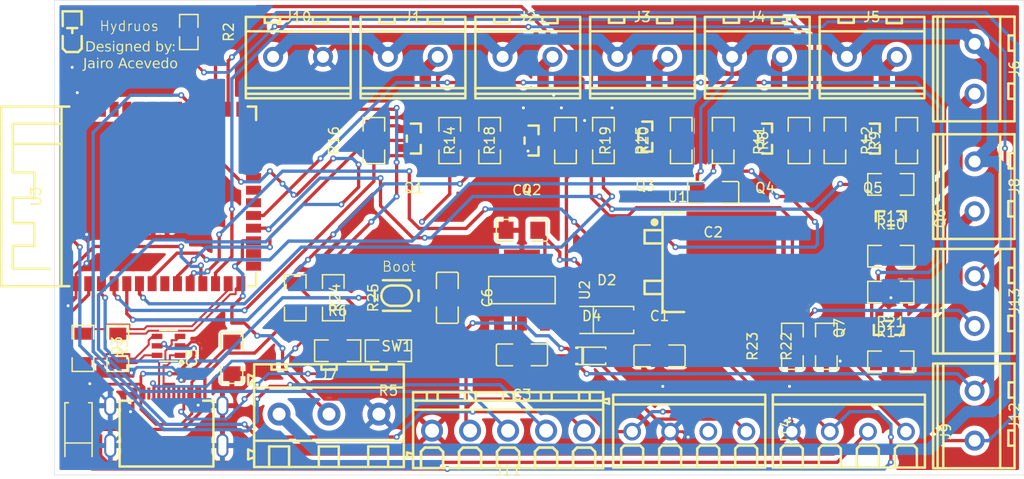
<source format=kicad_pcb>
(kicad_pcb (version 20241229) (generator "pcbnew") (generator_version "9.0")
  (layers (0 "F.Cu" signal) (2 "B.Cu" signal) (13 "F.Paste" user) (15 "B.Paste" user) (5 "F.SilkS" user "F.Silkscreen") (7 "B.SilkS" user "B.Silkscreen") (1 "F.Mask" user) (3 "B.Mask" user) (25 "Edge.Cuts" user))
  (net 0 "")
  (net 1 "Out 01")
  (net 2 "GND")
  (net 3 "Out 02")
  (net 4 "Out 03")
  (net 5 "Out 04")
  (net 6 "Out 05")
  (net 7 "Out 06")
  (net 8 "VCC")
  (net 9 "VCCQ")
  (net 10 "Flujo")
  (net 11 "Net-(Q1-G)")
  (net 12 "Net-(J1-Pin_2)")
  (net 13 "Net-(Q2-G)")
  (net 14 "Net-(J2-Pin_2)")
  (net 15 "Net-(Q3-G)")
  (net 16 "Net-(J3-Pin_2)")
  (net 17 "Net-(J4-Pin_2)")
  (net 18 "Net-(Q4-G)")
  (net 19 "Net-(J5-Pin_2)")
  (net 20 "Net-(Q5-G)")
  (net 21 "Net-(J6-Pin_2)")
  (net 22 "Net-(Q6-G)")
  (net 23 "Out 07")
  (net 24 "Net-(Q7-G)")
  (net 25 "OUT PB1")
  (net 26 "OUT PB2")
  (net 27 "Net-(D2-A)")
  (net 31 "VBUS")
  (net 34 "Net-(C6-Pad2)")
  (net 37 "Out 08 (SCL)")
  (net 38 "USB-")
  (net 39 "USB+")
  (net 43 "DN")
  (net 45 "3V3")
  (net 47 "DP")
  (net 50 "Out 09 (SDA)")
  (net 53 "Net-(J8-Pin_2)")
  (net 55 "Out a")
  (net 56 "Switch")
  (net 57 "Out b")
  (net 59 "Humedad ADC")
  (net 60 "Net-(U3-IO0)")
  (net 61 "Net-(U3-EN)")
  (net 63 "Net-(USB1-CC1)")
  (net 64 "Net-(USB1-CC2)")
  (net 67 "/Usb 3+")
  (net 68 "/Usb 3-")
  (net 69 "Net-(LED3-A)")
  (footprint "easyeda2kicad:R1206" (layer "F.Cu") (at 49.84 69.85 -90)
    (property "Reference" "R3")
    (property "Value" "FRC1206F33R0TS" (hide yes))
  )
  (footprint "easyeda2kicad:SOT-223-4_L6.5-W3.5-P2.30-LS7.0-BR" (layer "F.Cu") (at 93.835 64 -90)
    (property "Reference" "U2")
    (property "Value" "AMS1117-3.3_C347222")
  )
  (footprint "easyeda2kicad:CONN-TH_2P-P5.00_CPC3703CTR" (layer "F.Cu") (at 139.2 76.6 -90)
    (property "Reference" "J12")
    (property "Value" "PB1 (OK)")
  )
  (footprint "easyeda2kicad:C1206" (layer "F.Cu") (at 113 54.2 180)
    (property "Reference" "C2")
    (property "Value" "330nF")
  )
  (footprint "easyeda2kicad:TO-263-2_L10.0-W9.2-P5.08-LS15.3-TL-CW" (layer "F.Cu") (at 109.425 61.2)
    (property "Reference" "U1")
    (property "Value" "L7805ABD2T-TR")
  )
  (footprint "easyeda2kicad:C1206" (layer "F.Cu") (at 93.835 58)
    (property "Reference" "C4")
    (property "Value" "CS3216X5R106K500NRI")
  )
  (footprint "easyeda2kicad:R1206" (layer "F.Cu") (at 130.8 64.2 180)
    (property "Reference" "R17")
    (property "Value" "10k")
  )
  (footprint "easyeda2kicad:C1206" (layer "F.Cu") (at 64.77 70.8 90)
    (property "Reference" "C5")
    (property "Value" "100nF")
  )
  (footprint "easyeda2kicad:R1206" (layer "F.Cu") (at 71.12 64.77 -90)
    (property "Reference" "R24")
    (property "Value" "10k")
  )
  (footprint "easyeda2kicad:R1206" (layer "F.Cu") (at 98.2 49 -90)
    (property "Reference" "R19")
    (property "Value" "10k")
  )
  (footprint "easyeda2kicad:R1206" (layer "F.Cu") (at 109.8 49 90)
    (property "Reference" "R15")
    (property "Value" "RC1206FR-07150RL")
  )
  (footprint "easyeda2kicad:CONN-TH_2P-P5.00_CPC3703CTR" (layer "F.Cu") (at 139.2 53.6 -90)
    (property "Reference" "J8")
    (property "Value" "Dispensador de nutrientes")
  )
  (footprint "easyeda2kicad:SMA_L4.4-W2.8-LS5.4-RD" (layer "F.Cu") (at 49.4 78 90)
    (property "Reference" "D5" (hide yes))
    (property "Value" "SS520_C466507" (hide yes))
  )
  (footprint "easyeda2kicad:CONN-TH_5P-P3.81_KF124-3.81-5P" (layer "F.Cu") (at 92.45 78.1 180)
    (property "Reference" "J11")
    (property "Value" "Encoder")
  )
  (footprint "easyeda2kicad:SOT-23_L2.9-W1.3-P1.90-LS2.4-BR" (layer "F.Cu") (at 83 48.8 180)
    (property "Reference" "Q1")
    (property "Value" "AO3400_C4748804")
  )
  (footprint "easyeda2kicad:CONN-TH_2P-P5.00_CPC3703CTR" (layer "F.Cu") (at 71.4 40.6)
    (property "Reference" "J10")
    (property "Value" "Entrada 12v")
  )
  (footprint "easyeda2kicad:R1206" (layer "F.Cu") (at 125.2 49 -90)
    (property "Reference" "R9")
    (property "Value" "10k")
  )
  (footprint "easyeda2kicad:R1206" (layer "F.Cu") (at 124.34 69.64 90)
    (property "Reference" "R22")
    (property "Value" "10k")
  )
  (footprint "easyeda2kicad:C1206" (layer "F.Cu") (at 107.625 70.6)
    (property "Reference" "C1")
    (property "Value" "100nF")
  )
  (footprint "easyeda2kicad:SOT-23_L2.9-W1.3-P1.90-LS2.4-BR" (layer "F.Cu") (at 106.2 48.6 180)
    (property "Reference" "Q3")
    (property "Value" "AO3400_C4748804")
  )
  (footprint "easyeda2kicad:C1206" (layer "F.Cu") (at 86.36 64.77 -90)
    (property "Reference" "C6")
    (property "Value" "CL31B105KBHNNNE")
  )
  (footprint "easyeda2kicad:C1206" (layer "F.Cu") (at 93.835 70.5 180)
    (property "Reference" "C3")
    (property "Value" "CS3216X5R226K160NRI")
  )
  (footprint "easyeda2kicad:SOT-23_L2.9-W1.3-P1.90-LS2.4-BR" (layer "F.Cu") (at 130.6 67.8 90)
    (property "Reference" "Q7")
    (property "Value" "AO3400_C4748804")
  )
  (footprint "easyeda2kicad:CONN-TH_4P-P3.81_KF124-3.81-4P" (layer "F.Cu") (at 110.6 78.2 -90)
    (property "Reference" "J14")
    (property "Value" "Sensor de humedad" (hide yes))
  )
  (footprint "easyeda2kicad:CONN-TH_3P-P5.00_WJ128V-5.0-3P" (layer "F.Cu") (at 74.5 76.445)
    (property "Reference" "J7")
    (property "Value" "Sensor de flujo")
  )
  (footprint "easyeda2kicad:R0805" (layer "F.Cu") (at 60.452 38.116 -90)
    (property "Reference" "R2")
    (property "Value" "RC0805FR-0775RL" (hide yes))
  )
  (footprint "easyeda2kicad:R1206" (layer "F.Cu") (at 74.93 64.77 -90)
    (property "Reference" "R25")
    (property "Value" "10k")
  )
  (footprint "easyeda2kicad:CONN-TH_2P-P5.00_CPC3703CTR" (layer "F.Cu") (at 139.2 65.1 -90)
    (property "Reference" "J13")
    (property "Value" "PB2 (RETURN)")
  )
  (footprint "easyeda2kicad:CONN-TH_2P-P5.00_CPC3703CTR" (layer "F.Cu") (at 128.9 40.6)
    (property "Reference" "J5")
    (property "Value" "Screw_Terminal_01x02")
  )
  (footprint "easyeda2kicad:SOD-123_L2.8-W1.8-LS3.7-RD" (layer "F.Cu") (at 100.825 70.6)
    (property "Reference" "D4")
    (property "Value" "SMF3.3A")
  )
  (footprint "easyeda2kicad:WIRELM-SMD_ESP32-S3-WROOM-1" (layer "F.Cu") (at 58.0475 54.61 90)
    (property "Reference" "U3")
    (property "Value" "ESP32-S3-WROOM-1(N16)")
  )
  (footprint "easyeda2kicad:SOT-23_L2.9-W1.3-P1.90-LS2.4-BR" (layer "F.Cu") (at 130.8 56.8 -90)
    (property "Reference" "Q6")
    (property "Value" "AO3400_C4748804")
  )
  (footprint "easyeda2kicad:R1206" (layer "F.Cu") (at 130.8 60.6)
    (property "Reference" "R13")
    (property "Value" "RC1206FR-07150RL")
  )
  (footprint "easyeda2kicad:R1206" (layer "F.Cu") (at 130.8 53.4 180)
    (property "Reference" "R10")
    (property "Value" "10k")
  )
  (footprint "easyeda2kicad:R1206" (layer "F.Cu") (at 90.6 49 90)
    (property "Reference" "R14")
    (property "Value" "RC1206FR-07150RL")
  )
  (footprint "easyeda2kicad:CONN-TH_4P-P3.81_KF124-3.81-4P" (layer "F.Cu") (at 126.6 78.2 -90)
    (property "Reference" "J9")
    (property "Value" "LCD")
  )
  (footprint "easyeda2kicad:CONN-TH_2P-P5.00_CPC3703CTR" (layer "F.Cu") (at 117.4 40.6)
    (property "Reference" "J4")
    (property "Value" "Screw_Terminal_01x02")
  )
  (footprint "easyeda2kicad:USB-C-SMD_TYPE-C-31-M-13" (layer "F.Cu") (at 58.2 76.9875)
    (property "Reference" "USB1" (hide yes))
    (property "Value" "TYPE-C-31-M-13" (hide yes))
  )
  (footprint "easyeda2kicad:R1206" (layer "F.Cu") (at 102 49 -90)
    (property "Reference" "R20")
    (property "Value" "10k")
  )
  (footprint "easyeda2kicad:CONN-TH_2P-P5.00_CPC3703CTR" (layer "F.Cu") (at 139.2 41.8 -90)
    (property "Reference" "J6")
    (property "Value" "Screw_Terminal_01x02" (hide yes))
  )
  (footprint "easyeda2kicad:CONN-TH_2P-P5.00_CPC3703CTR" (layer "F.Cu") (at 94.4 40.6)
    (property "Reference" "J2")
    (property "Value" "Screw_Terminal_01x02")
  )
  (footprint "easyeda2kicad:R1206" (layer "F.Cu") (at 132.4 49 90)
    (property "Reference" "R12")
    (property "Value" "RC1206FR-07150RL")
  )
  (footprint "easyeda2kicad:SMA_L4.4-W2.8-LS5.4-RD" (layer "F.Cu") (at 102.335 67)
    (property "Reference" "D2")
    (property "Value" "SS520_C466507")
  )
  (footprint "easyeda2kicad:R1206" (layer "F.Cu") (at 121.6 49 90)
    (property "Reference" "R11")
    (property "Value" "RC1206FR-07150RL")
  )
  (footprint "easyeda2kicad:CONN-TH_2P-P5.00_CPC3703CTR" (layer "F.Cu") (at 105.9 40.6)
    (property "Reference" "J3")
    (property "Value" "Screw_Terminal_01x02")
  )
  (footprint "easyeda2kicad:R1206" (layer "F.Cu") (at 130.8 71.2)
    (property "Reference" "R21")
    (property "Value" "RC1206FR-07150RL")
  )
  (footprint "easyeda2kicad:R1206" (layer "F.Cu") (at 86.6 49 -90)
    (property "Reference" "R18")
    (property "Value" "10k")
  )
  (footprint "easyeda2kicad:R1206" (layer "F.Cu") (at 114 49 -90)
    (property "Reference" "R8")
    (property "Value" "10k")
  )
  (footprint "easyeda2kicad:SOT-23_L2.9-W1.3-P1.90-LS2.4-BR" (layer "F.Cu") (at 129 48.8 180)
    (property "Reference" "Q5")
    (property "Value" "AO3400_C4748804")
  )
  (footprint "easyeda2kicad:R1206" (layer "F.Cu") (at 75.372 70.084)
    (property "Reference" "R6")
    (property "Value" "1206W4F5101T5E")
  )
  (footprint "easyeda2kicad:R1206" (layer "F.Cu") (at 53.34 69.85 -90)
    (property "Reference" "R4" (hide yes))
    (property "Value" "FRC1206F33R0TS")
  )
  (footprint "easyeda2kicad:SOT-23-6_L2.9-W1.6-P0.95-LS2.8-BL" (layer "F.Cu") (at 58.42 69.596 90)
    (property "Reference" "D3")
    (property "Value" "USBLC6-2SC6")
  )
  (footprint "easyeda2kicad:LED0805-RD_RED" (layer "F.Cu") (at 48.768 38.016 90)
    (property "Reference" "LED3" (hide yes))
    (property "Value" "XL-2012SURC" (hide yes))
  )
  (footprint "easyeda2kicad:SOT-23_L2.9-W1.3-P1.90-LS2.4-BR" (layer "F.Cu") (at 118.2 48.8 180)
    (property "Reference" "Q4")
    (property "Value" "AO3400_C4748804")
  )
  (footprint "easyeda2kicad:SOT-23_L2.9-W1.3-P1.90-LS2.4-BR" (layer "F.Cu") (at 94.8 49 180)
    (property "Reference" "Q2")
    (property "Value" "AO3400_C4748804")
  )
  (footprint "easyeda2kicad:R1206" (layer "F.Cu") (at 79 49 90)
    (property "Reference" "R16")
    (property "Value" "RC1206FR-07150RL")
  )
  (footprint "easyeda2kicad:R1206" (layer "F.Cu") (at 120.94 69.64 90)
    (property "Reference" "R23")
    (property "Value" "10k")
  )
  (footprint "easyeda2kicad:CONN-TH_2P-P5.00_CPC3703CTR" (layer "F.Cu") (at 82.9 40.6)
    (property "Reference" "J1")
    (property "Value" "Screw_Terminal_01x02")
  )
  (footprint "easyeda2kicad:KEY-SMD_4P-L4.2-W3.2-P2.20-LS4.6" (layer "F.Cu") (at 81.28 64.56 180)
    (property "Reference" "SW1")
    (property "Value" "SKRPACE010")
  )
  (footprint "easyeda2kicad:R1206" (layer "F.Cu") (at 80.452 70.084 180)
    (property "Reference" "R5")
    (property "Value" "1206W4F5101T5E")
  )
  (gr_line (start 144.145 82.55) (end 144.145 34.925) (stroke (width 0.05)) (layer "Edge.Cuts"))
  (gr_line (start 144.145 34.925) (end 46.99 34.925) (stroke (width 0.05)) (layer "Edge.Cuts"))
  (gr_line (start 46.99 82.55) (end 144.145 82.55) (stroke (width 0.05)) (layer "Edge.Cuts"))
  (gr_line (start 46.99 34.925) (end 46.99 82.55) (stroke (width 0.05)) (layer "Edge.Cuts"))
  (gr_text "Boot" (at 79.756 62.23 0) (layer "F.SilkS") (effects (font (size 1 1) (thickness 0.1)) (justify left bottom)))
  (gr_text "Designed by:\nJairo Acevedo" (at 54.61 41.91 0) (layer "F.SilkS") (effects (font (size 1 1) (thickness 0.1)) (justify bottom)))
  (gr_text "Hydruos" (at 51.435 38.1 0) (layer "F.SilkS") (effects (font (size 1 1) (thickness 0.1)) (justify left bottom)))
  (segment (start 79 53.08) (end 79 50.48) (width 0.3302) (layer "F.Cu") (net 1))
  (segment (start 52.9675 63.36) (end 52.9675 64.3975) (width 0.3302) (layer "F.Cu") (net 1))
  (segment (start 66.04 66.04) (end 79 53.08) (width 0.3302) (layer "F.Cu") (net 1))
  (segment (start 52.9675 64.3975) (end 53.34 64.77) (width 0.3302) (layer "F.Cu") (net 1))
  (segment (start 79.0361 50.5161) (end 86.5639 50.5161) (width 0.3302) (layer "F.Cu") (net 1))
  (segment (start 79 50.48) (end 79.0361 50.5161) (width 0.3302) (layer "F.Cu") (net 1))
  (segment (start 86.5639 50.5161) (end 86.6 50.48) (width 0.3302) (layer "F.Cu") (net 1))
  (segment (start 86.6 50.48) (end 86.6 54.37) (width 0.3302) (layer "F.Cu") (net 1))
  (segment (start 86.6 54.37) (end 83.82 57.15) (width 0.3302) (layer "F.Cu") (net 1))
  (via (at 83.82 57.15) (size 0.6) (drill 0.3) (layers "F.Cu" "B.Cu") (net 1))
  (via (at 66.04 66.04) (size 0.6) (drill 0.3) (layers "F.Cu" "B.Cu") (net 1))
  (via (at 53.34 64.77) (size 0.6) (drill 0.3) (layers "F.Cu" "B.Cu") (net 1))
  (segment (start 53.34 64.77) (end 54.61 66.04) (width 0.3302) (layer "B.Cu") (net 1))
  (segment (start 54.61 66.04) (end 66.04 66.04) (width 0.3302) (layer "B.Cu") (net 1))
  (segment (start 49.1575 62.368394) (end 50.207601 61.318293) (width 0.2794) (layer "F.Cu") (net 2))
  (segment (start 61.55 74.3775) (end 61.55 75.384716) (width 0.2794) (layer "F.Cu") (net 2))
  (segment (start 71.7493 71.3423) (end 71.7493 72.655387) (width 0.2794) (layer "F.Cu") (net 2))
  (segment (start 54.704682 72.295318) (end 51.630008 72.295318) (width 0.2794) (layer "F.Cu") (net 2))
  (segment (start 61.55 75.384716) (end 61.3897 75.545016) (width 0.2794) (layer "F.Cu") (net 2))
  (segment (start 120.88 78.2) (end 120.88 77.0951) (width 0.2794) (layer "F.Cu") (net 2))
  (segment (start 61.225387 69.2093) (end 61.6007 69.584613) (width 0.2794) (layer "F.Cu") (net 2))
  (segment (start 71.7493 72.655387) (end 74.048213 74.9543) (width 0.2794) (layer "F.Cu") (net 2))
  (segment (start 94.341606 49.95) (end 94.442607 50.051001) (width 0.2794) (layer "F.Cu") (net 2))
  (segment (start 54.0075 75.5975) (end 54.61 76.2) (width 0.2794) (layer "F.Cu") (net 2))
  (segment (start 108.69 78.2) (end 109.95 78.2) (width 0.2794) (layer "F.Cu") (net 2))
  (segment (start 51.1176 57.51) (end 55.4775 57.51) (width 0.2794) (layer "F.Cu") (net 2))
  (segment (start 49.1575 63.36) (end 49.1575 62.368394) (width 0.2794) (layer "F.Cu") (net 2))
  (segment (start 120.65 73.66) (end 120.65 71.41) (width 0.2794) (layer "F.Cu") (net 2))
  (segment (start 130.81 64.77) (end 131.71 64.77) (width 0.2794) (layer "F.Cu") (net 2))
  (segment (start 131.71 64.77) (end 132.28 64.2) (width 0.2794) (layer "F.Cu") (net 2))
  (segment (start 106.035 71.745) (end 106.035 70.6) (width 0.2794) (layer "F.Cu") (net 2))
  (segment (start 73.0076 70.084) (end 71.7493 71.3423) (width 0.2794) (layer "F.Cu") (net 2))
  (segment (start 51.630008 72.295318) (end 50.532663 73.392663) (width 0.2794) (layer "F.Cu") (net 2))
  (segment (start 50.2076 58.42) (end 51.1176 57.51) (width 0.2794) (layer "F.Cu") (net 2))
  (segment (start 59.57 69.596) (end 60.307913 69.596) (width 0.2794) (layer "F.Cu") (net 2))
  (segment (start 129.65 66.65) (end 129.65 65.93) (width 0.2794) (layer "F.Cu") (net 2))
  (segment (start 97.79 44.45) (end 97.0215 44.45) (width 0.2794) (layer "F.Cu") (net 2))
  (segment (start 98.2 47.52) (end 99.5888 47.52) (width 0.2794) (layer "F.Cu") (net 2))
  (segment (start 49.1575 64.769606) (end 48.357799 65.569307) (width 0.2794) (layer "F.Cu") (net 2))
  (segment (start 48.768 39.116) (end 48.768 41.656) (width 0.2794) (layer "F.Cu") (net 2))
  (segment (start 107.95 73.66) (end 106.035 71.745) (width 0.2794) (layer "F.Cu") (net 2))
  (segment (start 49.276 45.7415) (end 49.1575 45.86) (width 0.2794) (layer "F.Cu") (net 2))
  (segment (start 99.5888 47.52) (end 100.1188 46.99) (width 0.2794) (layer "F.Cu") (net 2))
  (segment (start 61.6007 69.584613) (end 61.6007 71.1096) (width 0.2794) (layer "F.Cu") (net 2))
  (segment (start 120.88 77.0951) (end 120.65 76.8651) (width 0.2794) (layer "F.Cu") (net 2))
  (segment (start 74.048213 74.9543) (end 78.0093 74.9543) (width 0.2794) (layer "F.Cu") (net 2))
  (segment (start 73.892 70.084) (end 73.0076 70.084) (width 0.2794) (layer "F.Cu") (net 2))
  (segment (start 124.34 71.12) (end 125.73 71.12) (width 0.2794) (layer "F.Cu") (net 2))
  (segment (start 61.6007 71.1096) (end 59.69 73.0203) (width 0.2794) (layer "F.Cu") (net 2))
  (segment (start 120.65 71.41) (end 120.94 71.12) (width 0.2794) (layer "F.Cu") (net 2))
  (segment (start 93.65 49.95) (end 94.341606 49.95) (width 0.2794) (layer "F.Cu") (net 2))
  (segment (start 129.65 65.93) (end 130.81 64.77) (width 0.2794) (layer "F.Cu") (net 2))
  (segment (start 97.79 45.72) (end 97.79 44.45) (width 0.2794) (layer "F.Cu") (net 2))
  (segment (start 52.58 75.5975) (end 54.0075 75.5975) (width 0.2794) (layer "F.Cu") (net 2))
  (segment (start 102.87 46.65) (end 102 47.52) (width 0.2794) (layer "F.Cu") (net 2))
  (segment (start 60.694613 69.2093) (end 61.225387 69.2093) (width 0.2794) (layer "F.Cu") (net 2))
  (segment (start 78.0093 74.9543) (end 79.5 76.445) (width 0.2794) (layer "F.Cu") (net 2))
  (segment (start 109.95 78.2) (end 110.49 78.74) (width 0.2794) (layer "F.Cu") (net 2))
  (segment (start 102.87 45.72) (end 102.87 46.65) (width 0.2794) (layer "F.Cu") (net 2))
  (segment (start 49.276 44.196) (end 49.276 45.7415) (width 0.2794) (layer "F.Cu") (net 2))
  (segment (start 49.1575 63.36) (end 49.1575 64.769606) (width 0.2794) (layer "F.Cu") (net 2))
  (segment (start 60.307913 69.596) (end 60.694613 69.2093) (width 0.2794) (layer "F.Cu") (net 2))
  (via (at 97.0215 44.45) (size 0.6) (drill 0.3) (layers "F.Cu" "B.Cu") (net 2))
  (via (at 107.95 73.66) (size 0.6) (drill 0.3) (layers "F.Cu" "B.Cu") (net 2))
  (via (at 54.704682 72.295318) (size 0.6) (drill 0.3) (layers "F.Cu" "B.Cu") (net 2))
  (via (at 54.61 76.2) (size 0.6) (drill 0.3) (layers "F.Cu" "B.Cu") (net 2))
  (via (at 48.768 41.656) (size 0.6) (drill 0.3) (layers "F.Cu" "B.Cu") (net 2))
  (via (at 50.2076 58.42) (size 0.6) (drill 0.3) (layers "F.Cu" "B.Cu") (net 2))
  (via (at 97.79 45.72) (size 0.6) (drill 0.3) (layers "F.Cu" "B.Cu") (net 2))
  (via (at 100.1188 46.99) (size 0.6) (drill 0.3) (layers "F.Cu" "B.Cu") (net 2))
  (via (at 49.276 44.196) (size 0.6) (drill 0.3) (layers "F.Cu" "B.Cu") (net 2))
  (via (at 63.82 75.5975) (size 0.6) (drill 0.3) (layers "F.Cu" "B.Cu") (net 2))
  (via (at 48.357799 65.569307) (size 0.6) (drill 0.3) (layers "F.Cu" "B.Cu") (net 2))
  (via (at 102.87 45.72) (size 0.6) (drill 0.3) (layers "F.Cu" "B.Cu") (net 2))
  (via (at 59.69 73.0203) (size 0.6) (drill 0.3) (layers "F.Cu" "B.Cu") (net 2))
  (via (at 50.207601 61.318293) (size 0.6) (drill 0.3) (layers "F.Cu" "B.Cu") (net 2))
  (via (at 61.3897 75.545016) (size 0.6) (drill 0.3) (layers "F.Cu" "B.Cu") (net 2))
  (via (at 94.442607 50.051001) (size 0.6) (drill 0.3) (layers "F.Cu" "B.Cu") (net 2))
  (via (at 93.98 45.72) (size 0.6) (drill 0.3) (layers "F.Cu" "B.Cu") (net 2))
  (via (at 125.73 71.12) (size 0.6) (drill 0.3) (layers "F.Cu" "B.Cu") (net 2))
  (via (at 120.65 73.66) (size 0.6) (drill 0.3) (layers "F.Cu" "B.Cu") (net 2))
  (via (at 120.65 76.8651) (size 0.6) (drill 0.3) (layers "F.Cu" "B.Cu") (net 2))
  (via (at 110.49 78.74) (size 0.6) (drill 0.3) (layers "F.Cu" "B.Cu") (net 2))
  (via (at 130.81 64.77) (size 0.6) (drill 0.3) (layers "F.Cu" "B.Cu") (net 2))
  (via (at 50.532663 73.392663) (size 0.6) (drill 0.3) (layers "F.Cu" "B.Cu") (net 2))
  (segment (start 55.2507 71.7493) (end 54.704682 72.295318) (width 0.2794) (layer "B.Cu") (net 2))
  (segment (start 122.5493 65.774613) (end 123.553913 64.77) (width 0.2794) (layer "B.Cu") (net 2))
  (segment (start 95.7515 45.72) (end 93.98 45.72) (width 0.2794) (layer "B.Cu") (net 2))
  (segment (start 59.69 73.0203) (end 59.69 72.648913) (width 0.2794) (layer "B.Cu") (net 2))
  (segment (start 59.69 72.648913) (end 58.790387 71.7493) (width 0.2794) (layer "B.Cu") (net 2))
  (segment (start 52.58 75.44) (end 52.58 75.5975) (width 0.2794) (layer "B.Cu") (net 2))
  (segment (start 50.532663 73.392663) (end 52.58 75.44) (width 0.2794) (layer "B.Cu") (net 2))
  (segment (start 123.553913 64.77) (end 130.81 64.77) (width 0.2794) (layer "B.Cu") (net 2))
  (segment (start 63.767516 75.545016) (end 63.82 75.5975) (width 0.2794) (layer "B.Cu") (net 2))
  (segment (start 54.61 76.2) (end 54.61 77.5675) (width 0.2794) (layer "B.Cu") (net 2))
  (segment (start 122.5493 67.9393) (end 122.5493 65.774613) (width 0.2794) (layer "B.Cu") (net 2))
  (segment (start 125.73 71.12) (end 122.5493 67.9393) (width 0.2794) (layer "B.Cu") (net 2))
  (segment (start 48.768 41.656) (end 48.768 43.688) (width 0.2794) (layer "B.Cu") (net 2))
  (segment (start 101.3888 45.72) (end 102.87 45.72) (width 0.2794) (layer "B.Cu") (net 2))
  (segment (start 94.442607 49.067393) (end 97.79 45.72) (width 0.2794) (layer "B.Cu") (net 2))
  (segment (start 48.357799 71.217799) (end 50.532663 73.392663) (width 0.2794) (layer "B.Cu") (net 2))
  (segment (start 58.790387 71.7493) (end 55.2507 71.7493) (width 0.2794) (layer "B.Cu") (net 2))
  (segment (start 50.3669 58.42) (end 50.2076 58.42) (width 0.2794) (layer "B.Cu") (net 2))
  (segment (start 119.38 75.5951) (end 119.38 74.93) (width 0.2794) (layer "B.Cu") (net 2))
  (segment (start 54.61 77.5675) (end 52.58 79.5975) (width 0.2794) (layer "B.Cu") (net 2))
  (segment (start 50.207601 61.318293) (end 50.3669 61.158994) (width 0.2794) (layer "B.Cu") (net 2))
  (segment (start 119.38 74.93) (end 120.65 73.66) (width 0.2794) (layer "B.Cu") (net 2))
  (segment (start 110.49 78.74) (end 110.49 76.2) (width 0.2794) (layer "B.Cu") (net 2))
  (segment (start 100.1188 46.99) (end 101.3888 45.72) (width 0.2794) (layer "B.Cu") (net 2))
  (segment (start 48.357799 65.569307) (end 48.357799 71.217799) (width 0.2794) (layer "B.Cu") (net 2))
  (segment (start 110.49 76.2) (end 107.95 73.66) (width 0.2794) (layer "B.Cu") (net 2))
  (segment (start 61.3897 75.545016) (end 63.767516 75.545016) (width 0.2794) (layer "B.Cu") (net 2))
  (segment (start 94.442607 50.051001) (end 94.442607 49.067393) (width 0.2794) (layer "B.Cu") (net 2))
  (segment (start 48.768 43.688) (end 49.276 44.196) (width 0.2794) (layer "B.Cu") (net 2))
  (segment (start 120.65 76.8651) (end 119.38 75.5951) (width 0.2794) (layer "B.Cu") (net 2))
  (segment (start 50.3669 61.158994) (end 50.3669 58.42) (width 0.2794) (layer "B.Cu") (net 2))
  (segment (start 97.0215 44.45) (end 95.7515 45.72) (width 0.2794) (layer "B.Cu") (net 2))
  (segment (start 54.2375 63.36) (end 54.2375 66.36886) (width 0.3302) (layer "F.Cu") (net 3))
  (segment (start 90.8361 50.7161) (end 90.6 50.48) (width 0.3302) (layer "F.Cu") (net 3))
  (segment (start 72.39 60.96) (end 74.93 58.42) (width 0.3302) (layer "F.Cu") (net 3))
  (segment (start 98.2 50.48) (end 97.9639 50.7161) (width 0.3302) (layer "F.Cu") (net 3))
  (segment (start 97.9639 50.7161) (end 90.8361 50.7161) (width 0.3302) (layer "F.Cu") (net 3))
  (segment (start 87.63 53.34) (end 90.49 50.48) (width 0.3302) (layer "F.Cu") (net 3))
  (segment (start 90.49 50.48) (end 90.6 50.48) (width 0.3302) (layer "F.Cu") (net 3))
  (segment (start 54.2375 66.36886) (end 54.857869 66.989229) (width 0.3302) (layer "F.Cu") (net 3))
  (via (at 87.63 53.34) (size 0.6) (drill 0.3) (layers "F.Cu" "B.Cu") (net 3))
  (via (at 74.93 58.42) (size 0.6) (drill 0.3) (layers "F.Cu" "B.Cu") (net 3))
  (via (at 72.39 60.96) (size 0.6) (drill 0.3) (layers "F.Cu" "B.Cu") (net 3))
  (via (at 54.857869 66.989229) (size 0.6) (drill 0.3) (layers "F.Cu" "B.Cu") (net 3))
  (segment (start 54.857869 66.989229) (end 66.360771 66.989229) (width 0.3302) (layer "B.Cu") (net 3))
  (segment (start 74.93 58.42) (end 80.01 53.34) (width 0.3302) (layer "B.Cu") (net 3))
  (segment (start 80.01 53.34) (end 87.63 53.34) (width 0.3302) (layer "B.Cu") (net 3))
  (segment (start 66.360771 66.989229) (end 72.39 60.96) (width 0.3302) (layer "B.Cu") (net 3))
  (segment (start 102 53.74) (end 102 50.48) (width 0.3302) (layer "F.Cu") (net 4))
  (segment (start 55.5075 64.3975) (end 55.88 64.77) (width 0.3302) (layer "F.Cu") (net 4))
  (segment (start 55.5075 63.36) (end 55.5075 64.3975) (width 0.3302) (layer "F.Cu") (net 4))
  (segment (start 102.87 54.61) (end 102 53.74) (width 0.3302) (layer "F.Cu") (net 4))
  (segment (start 102 50.48) (end 109.8 50.48) (width 0.3302) (layer "F.Cu") (net 4))
  (via (at 102.87 54.61) (size 0.6) (drill 0.3) (layers "F.Cu" "B.Cu") (net 4))
  (via (at 55.88 64.77) (size 0.6) (drill 0.3) (layers "F.Cu" "B.Cu") (net 4))
  (segment (start 55.88 64.77) (end 56.4839 65.3739) (width 0.3302) (layer "B.Cu") (net 4))
  (segment (start 71.7239 59.69) (end 90.17 59.69) (width 0.3302) (layer "B.Cu") (net 4))
  (segment (start 66.04 65.3739) (end 71.7239 59.69) (width 0.3302) (layer "B.Cu") (net 4))
  (segment (start 90.17 59.69) (end 97.79 59.69) (width 0.3302) (layer "B.Cu") (net 4))
  (segment (start 56.4839 65.3739) (end 66.04 65.3739) (width 0.3302) (layer "B.Cu") (net 4))
  (segment (start 97.79 59.69) (end 102.87 54.61) (width 0.3302) (layer "B.Cu") (net 4))
  (segment (start 121.5639 50.5161) (end 121.6 50.48) (width 0.3302) (layer "F.Cu") (net 5))
  (segment (start 59.272624 60.2939) (end 61.5639 60.2939) (width 0.3302) (layer "F.Cu") (net 5))
  (segment (start 61.5639 60.2939) (end 62.23 60.96) (width 0.3302) (layer "F.Cu") (net 5))
  (segment (start 113.03 52.07) (end 113.03 51.45) (width 0.3302) (layer "F.Cu") (net 5))
  (segment (start 114 50.48) (end 114.0361 50.5161) (width 0.3302) (layer "F.Cu") (net 5))
  (segment (start 114.0361 50.5161) (end 121.5639 50.5161) (width 0.3302) (layer "F.Cu") (net 5))
  (segment (start 113.03 51.45) (end 114 50.48) (width 0.3302) (layer "F.Cu") (net 5))
  (segment (start 56.7775 62.789024) (end 59.272624 60.2939) (width 0.3302) (layer "F.Cu") (net 5))
  (segment (start 56.7775 63.36) (end 56.7775 62.789024) (width 0.3302) (layer "F.Cu") (net 5))
  (via (at 113.03 52.07) (size 0.6) (drill 0.3) (layers "F.Cu" "B.Cu") (net 5))
  (via (at 62.23 60.96) (size 0.6) (drill 0.3) (layers "F.Cu" "B.Cu") (net 5))
  (segment (start 111.76 53.34) (end 113.03 52.07) (width 0.3302) (layer "B.Cu") (net 5))
  (segment (start 88.572008 53.34) (end 111.76 53.34) (width 0.3302) (layer "B.Cu") (net 5))
  (segment (start 68.58 60.96) (end 70.4539 59.0861) (width 0.3302) (layer "B.Cu") (net 5))
  (segment (start 82.825908 59.0861) (end 88.572008 53.34) (width 0.3302) (layer "B.Cu") (net 5))
  (segment (start 62.23 60.96) (end 68.58 60.96) (width 0.3302) (layer "B.Cu") (net 5))
  (segment (start 70.4539 59.0861) (end 82.825908 59.0861) (width 0.3302) (layer "B.Cu") (net 5))
  (segment (start 125.2361 50.5161) (end 132.3639 50.5161) (width 0.3302) (layer "F.Cu") (net 6))
  (segment (start 64.77 60.6373) (end 64.77 55.88) (width 0.3302) (layer "F.Cu") (net 6))
  (segment (start 125.2 50.48) (end 125.2361 50.5161) (width 0.3302) (layer "F.Cu") (net 6))
  (segment (start 123.19 39.37) (end 123.19 48.47) (width 0.3302) (layer "F.Cu") (net 6))
  (segment (start 120.65 36.83) (end 123.19 39.37) (width 0.3302) (layer "F.Cu") (net 6))
  (segment (start 63.1275 63.36) (end 63.1275 62.2798) (width 0.3302) (layer "F.Cu") (net 6))
  (segment (start 132.3639 50.5161) (end 132.4 50.48) (width 0.3302) (layer "F.Cu") (net 6))
  (segment (start 123.19 48.47) (end 125.2 50.48) (width 0.3302) (layer "F.Cu") (net 6))
  (segment (start 63.1275 62.2798) (end 64.77 60.6373) (width 0.3302) (layer "F.Cu") (net 6))
  (via (at 64.77 55.88) (size 0.6) (drill 0.3) (layers "F.Cu" "B.Cu") (net 6))
  (via (at 120.65 36.83) (size 0.6) (drill 0.3) (layers "F.Cu" "B.Cu") (net 6))
  (segment (start 64.77 42.798042) (end 70.738042 36.83) (width 0.3302) (layer "B.Cu") (net 6))
  (segment (start 70.738042 36.83) (end 120.65 36.83) (width 0.3302) (layer "B.Cu") (net 6))
  (segment (start 64.77 55.88) (end 64.77 42.798042) (width 0.3302) (layer "B.Cu") (net 6))
  (segment (start 129.0839 60.3639) (end 129.32 60.6) (width 0.3302) (layer "F.Cu") (net 7))
  (segment (start 68.3223 57.79) (end 68.442253 57.909953) (width 0.3302) (layer "F.Cu") (net 7))
  (segment (start 125.79 53.4) (end 129.32 53.4) (width 0.3302) (layer "F.Cu") (net 7))
  (segment (start 79.665099 52.771316) (end 79.665099 55.535099) (width 0.3302) (layer "F.Cu") (net 7))
  (segment (start 129.0839 53.6361) (end 129.0839 60.3639) (width 0.3302) (layer "F.Cu") (net 7))
  (segment (start 79.665099 55.535099) (end 82.886661 58.756661) (width 0.3302) (layer "F.Cu") (net 7))
  (segment (start 129.32 53.4) (end 129.0839 53.6361) (width 0.3302) (layer "F.Cu") (net 7))
  (segment (start 101.6 54.61) (end 102.87 55.88) (width 0.3302) (layer "F.Cu") (net 7))
  (segment (start 125.73 53.34) (end 125.79 53.4) (width 0.3302) (layer "F.Cu") (net 7))
  (segment (start 82.886661 58.756661) (end 84.095941 58.756661) (width 0.3302) (layer "F.Cu") (net 7))
  (segment (start 66.9375 57.79) (end 68.3223 57.79) (width 0.3302) (layer "F.Cu") (net 7))
  (via (at 68.442253 57.909953) (size 0.6) (drill 0.3) (layers "F.Cu" "B.Cu") (net 7))
  (via (at 102.87 55.88) (size 0.6) (drill 0.3) (layers "F.Cu" "B.Cu") (net 7))
  (via (at 84.095941 58.756661) (size 0.6) (drill 0.3) (layers "F.Cu" "B.Cu") (net 7))
  (via (at 125.73 53.34) (size 0.6) (drill 0.3) (layers "F.Cu" "B.Cu") (net 7))
  (via (at 101.6 54.61) (size 0.6) (drill 0.3) (layers "F.Cu" "B.Cu") (net 7))
  (via (at 79.665099 52.771316) (size 0.6) (drill 0.3) (layers "F.Cu" "B.Cu") (net 7))
  (segment (start 84.753339 58.756661) (end 88.9 54.61) (width 0.3302) (layer "B.Cu") (net 7))
  (segment (start 73.58089 52.771316) (end 79.665099 52.771316) (width 0.3302) (layer "B.Cu") (net 7))
  (segment (start 88.9 54.61) (end 101.6 54.61) (width 0.3302) (layer "B.Cu") (net 7))
  (segment (start 84.095941 58.756661) (end 84.753339 58.756661) (width 0.3302) (layer "B.Cu") (net 7))
  (segment (start 102.87 55.88) (end 123.19 55.88) (width 0.3302) (layer "B.Cu") (net 7))
  (segment (start 123.19 55.88) (end 125.73 53.34) (width 0.3302) (layer "B.Cu") (net 7))
  (segment (start 68.442253 57.909953) (end 73.58089 52.771316) (width 0.3302) (layer "B.Cu") (net 7))
  (segment (start 94.5339 65.2289) (end 92.9789 65.2289) (width 0.3302) (layer "F.Cu") (net 8))
  (segment (start 91.5539 68.8489) (end 88.2339 72.1689) (width 0.3302) (layer "F.Cu") (net 8))
  (segment (start 97.6288 60.2038) (end 95.425 58) (width 0.3302) (layer "F.Cu") (net 8))
  (segment (start 104.88 78.2) (end 102.33 78.2) (width 0.3302) (layer "F.Cu") (net 8))
  (segment (start 130.81 81.28) (end 130.81 78.74) (width 0.3302) (layer "F.Cu") (net 8))
  (segment (start 88.2339 75.924092) (end 88.2339 77.6939) (width 0.3302) (layer "F.Cu") (net 8))
  (segment (start 96.135 66.83) (end 96.135 58.71) (width 0.3302) (layer "F.Cu") (net 8))
  (segment (start 88.2339 77.6939) (end 88.64 78.1) (width 0.3302) (layer "F.Cu") (net 8))
  (segment (start 50.7751 81.9451) (end 86.36 81.9451) (width 0.3302) (layer "F.Cu") (net 8))
  (segment (start 49.4 80.57) (end 50.7751 81.9451) (width 0.3302) (layer "F.Cu") (net 8))
  (segment (start 96.135 58.71) (end 95.425 58) (width 0.3302) (layer "F.Cu") (net 8))
  (segment (start 92.9789 68.8489) (end 91.5539 68.8489) (width 0.3302) (layer "F.Cu") (net 8))
  (segment (start 89.227992 74.93) (end 88.2339 75.924092) (width 0.3302) (layer "F.Cu") (net 8))
  (segment (start 122.69 76.2) (end 107.95 76.2) (width 0.3302) (layer "F.Cu") (net 8))
  (segment (start 88.2339 72.1689) (end 88.2339 77.6939) (width 0.3302) (layer "F.Cu") (net 8))
  (segment (start 102.33 78.2) (end 99.06 74.93) (width 0.3302) (layer "F.Cu") (net 8))
  (segment (start 99.765 61.665) (end 99.06 60.96) (width 0.3302) (layer "F.Cu") (net 8))
  (segment (start 99.765 67) (end 99.765 61.665) (width 0.3302) (layer "F.Cu") (net 8))
  (segment (start 96.135 66.83) (end 94.5339 65.2289) (width 0.3302) (layer "F.Cu") (net 8))
  (segment (start 97.6288 60.96) (end 97.6288 60.2038) (width 0.3302) (layer "F.Cu") (net 8))
  (segment (start 92.9789 65.2289) (end 92.9789 68.8489) (width 0.3302) (layer "F.Cu") (net 8))
  (segment (start 99.06 74.93) (end 89.227992 74.93) (width 0.3302) (layer "F.Cu") (net 8))
  (segment (start 124.69 78.2) (end 122.69 76.2) (width 0.3302) (layer "F.Cu") (net 8))
  (via (at 86.36 81.9451) (size 0.6) (drill 0.3) (layers "F.Cu" "B.Cu") (net 8))
  (via (at 99.06 60.96) (size 0.6) (drill 0.3) (layers "F.Cu" "B.Cu") (net 8))
  (via (at 130.81 81.28) (size 0.6) (drill 0.3) (layers "F.Cu" "B.Cu") (net 8))
  (via (at 107.95 76.2) (size 0.6) (drill 0.3) (layers "F.Cu" "B.Cu") (net 8))
  (via (at 97.6288 60.96) (size 0.6) (drill 0.3) (layers "F.Cu" "B.Cu") (net 8))
  (via (at 130.81 78.74) (size 0.6) (drill 0.3) (layers "F.Cu" "B.Cu") (net 8))
  (segment (start 129.54 76.2) (end 126.69 76.2) (width 0.3302) (layer "B.Cu") (net 8))
  (segment (start 99.06 60.96) (end 97.6288 60.96) (width 0.3302) (layer "B.Cu") (net 8))
  (segment (start 130.81 78.74) (end 130.81 77.47) (width 0.3302) (layer "B.Cu") (net 8))
  (segment (start 107.95 76.2) (end 106.88 76.2) (width 0.3302) (layer "B.Cu") (net 8))
  (segment (start 126.69 76.2) (end 124.69 78.2) (width 0.3302) (layer "B.Cu") (net 8))
  (segment (start 130.1449 81.9451) (end 130.81 81.28) (width 0.3302) (layer "B.Cu") (net 8))
  (segment (start 86.36 81.9451) (end 130.1449 81.9451) (width 0.3302) (layer "B.Cu") (net 8))
  (segment (start 130.81 77.47) (end 129.54 76.2) (width 0.3302) (layer "B.Cu") (net 8))
  (segment (start 106.88 76.2) (end 104.88 78.2) (width 0.3302) (layer "B.Cu") (net 8))
  (segment (start 104.025 58.66) (end 108.19 58.66) (width 0.3302) (layer "F.Cu") (net 9))
  (segment (start 114.3778 52.07) (end 112.2478 54.2) (width 0.3302) (layer "F.Cu") (net 9))
  (segment (start 123.19 57.15) (end 120.65 54.61) (width 0.3302) (layer "F.Cu") (net 9))
  (segment (start 108.19 58.66) (end 109.22 59.69) (width 0.3302) (layer "F.Cu") (net 9))
  (segment (start 112.2478 54.2) (end 111.41 54.2) (width 0.3302) (layer "F.Cu") (net 9))
  (segment (start 111.41 54.2) (end 111.41 52.42) (width 0.3302) (layer "F.Cu") (net 9))
  (segment (start 120.65 54.61) (end 119.38 54.61) (width 0.3302) (layer "F.Cu") (net 9))
  (segment (start 111.41 52.42) (end 111.76 52.07) (width 0.3302) (layer "F.Cu") (net 9))
  (segment (start 116.84 52.07) (end 114.3778 52.07) (width 0.3302) (layer "F.Cu") (net 9))
  (via (at 119.38 54.61) (size 0.6) (drill 0.3) (layers "F.Cu" "B.Cu") (net 9))
  (via (at 111.76 52.07) (size 0.6) (drill 0.3) (layers "F.Cu" "B.Cu") (net 9))
  (via (at 109.22 59.69) (size 0.6) (drill 0.3) (layers "F.Cu" "B.Cu") (net 9))
  (via (at 116.84 52.07) (size 0.6) (drill 0.3) (layers "F.Cu" "B.Cu") (net 9))
  (via (at 123.19 57.15) (size 0.6) (drill 0.3) (layers "F.Cu" "B.Cu") (net 9))
  (segment (start 101.6275 38.8275) (end 103.4 40.6) (width 1.143) (layer "B.Cu") (net 9))
  (segment (start 114.9 42.58) (end 114.9 40.6) (width 0.3302) (layer "B.Cu") (net 9))
  (segment (start 80.4 40.6) (end 82.1725 38.8275) (width 1.143) (layer "B.Cu") (net 9))
  (segment (start 111.76 45.72) (end 114.9 42.58) (width 0.3302) (layer "B.Cu") (net 9))
  (segment (start 90.1275 38.8275) (end 91.9 40.6) (width 1.143) (layer "B.Cu") (net 9))
  (segment (start 140.9725 41.0725) (end 140.9725 49.3275) (width 1.143) (layer "B.Cu") (net 9))
  (segment (start 124.6275 38.8275) (end 126.4 40.6) (width 1.143) (layer "B.Cu") (net 9))
  (segment (start 140.97 76.2) (end 142.24 74.93) (width 1.143) (layer "B.Cu") (net 9))
  (segment (start 68.9 40.6) (end 70.6725 38.8275) (width 1.143) (layer "B.Cu") (net 9))
  (segment (start 109.22 59.69) (end 123.19 59.69) (width 0.3302) (layer "B.Cu") (net 9))
  (segment (start 138.2 38.3) (end 139.2 39.3) (width 1.143) (layer "B.Cu") (net 9))
  (segment (start 123.444 59.436) (end 123.444 57.404) (width 0.3302) (layer "B.Cu") (net 9))
  (segment (start 134.6575 79.9725) (end 138.43 76.2) (width 1.143) (layer "B.Cu") (net 9))
  (segment (start 142.24 52.07) (end 141.27 51.1) (width 1.143) (layer "B.Cu") (net 9))
  (segment (start 78.6275 38.8275) (end 80.4 40.6) (width 1.143) (layer "B.Cu") (net 9))
  (segment (start 116.6725 38.8275) (end 124.6275 38.8275) (width 1.143) (layer "B.Cu") (net 9))
  (segment (start 141.27 51.1) (end 139.2 51.1) (width 1.143) (layer "B.Cu") (net 9))
  (segment (start 140.9725 49.3275) (end 139.2 51.1) (width 1.143) (layer "B.Cu") (net 9))
  (segment (start 114.9 40.6) (end 116.6725 38.8275) (width 1.143) (layer "B.Cu") (net 9))
  (segment (start 128.7 38.3) (end 138.2 38.3) (width 1.143) (layer "B.Cu") (net 9))
  (segment (start 105.1725 38.8275) (end 113.1275 38.8275) (width 1.143) (layer "B.Cu") (net 9))
  (segment (start 82.1725 38.8275) (end 90.1275 38.8275) (width 1.143) (layer "B.Cu") (net 9))
  (segment (start 73.0275 79.9725) (end 134.6575 79.9725) (width 1.143) (layer "B.Cu") (net 9))
  (segment (start 103.4 40.6) (end 105.1725 38.8275) (width 1.143) (layer "B.Cu") (net 9))
  (segment (start 142.24 74.93) (end 142.24 52.07) (width 1.143) (layer "B.Cu") (net 9))
  (segment (start 126.4 40.6) (end 128.7 38.3) (width 1.143) (layer "B.Cu") (net 9))
  (segment (start 139.2 39.3) (end 140.9725 41.0725) (width 1.143) (layer "B.Cu") (net 9))
  (segment (start 119.38 54.61) (end 116.84 52.07) (width 0.3302) (layer "B.Cu") (net 9))
  (segment (start 70.6725 38.8275) (end 78.6275 38.8275) (width 1.143) (layer "B.Cu") (net 9))
  (segment (start 113.1275 38.8275) (end 114.9 40.6) (width 1.143) (layer "B.Cu") (net 9))
  (segment (start 123.19 59.69) (end 123.444 59.436) (width 0.3302) (layer "B.Cu") (net 9))
  (segment (start 123.444 57.404) (end 123.19 57.15) (width 0.3302) (layer "B.Cu") (net 9))
  (segment (start 69.5 76.445) (end 73.0275 79.9725) (width 1.143) (layer "B.Cu") (net 9))
  (segment (start 111.76 52.07) (end 111.76 45.72) (width 0.3302) (layer "B.Cu") (net 9))
  (segment (start 138.43 76.2) (end 140.97 76.2) (width 1.143) (layer "B.Cu") (net 9))
  (segment (start 91.9 40.6) (end 93.6725 38.8275) (width 1.143) (layer "B.Cu") (net 9))
  (segment (start 93.6725 38.8275) (end 101.6275 38.8275) (width 1.143) (layer "B.Cu") (net 9))
  (segment (start 65.8214 60.882647) (end 65.078947 61.6251) (width 0.3302) (layer "F.Cu") (net 10))
  (segment (start 64.77 67.31) (end 66.04 67.31) (width 0.3302) (layer "F.Cu") (net 10))
  (segment (start 65.8573 59.06) (end 65.8214 59.0959) (width 0.3302) (layer "F.Cu") (net 10))
  (segment (start 65.8214 59.0959) (end 65.8214 60.882647) (width 0.3302) (layer "F.Cu") (net 10))
  (segment (start 66.04 67.31) (end 67.31 68.58) (width 0.3302) (layer "F.Cu") (net 10))
  (segment (start 69.85 69.85) (end 69.85 71.795) (width 0.3302) (layer "F.Cu") (net 10))
  (segment (start 65.863306 64.61) (end 64.77 65.703306) (width 0.3302) (layer "F.Cu") (net 10))
  (segment (start 66.9375 59.06) (end 65.8573 59.06) (width 0.3302) (layer "F.Cu") (net 10))
  (segment (start 69.85 71.795) (end 74.5 76.445) (width 0.3302) (layer "F.Cu") (net 10))
  (segment (start 64.77 65.703306) (end 64.77 67.31) (width 0.3302) (layer "F.Cu") (net 10))
  (via (at 65.078947 61.6251) (size 0.6) (drill 0.3) (layers "F.Cu" "B.Cu") (net 10))
  (via (at 65.863306 64.61) (size 0.6) (drill 0.3) (layers "F.Cu" "B.Cu") (net 10))
  (via (at 69.85 69.85) (size 0.6) (drill 0.3) (layers "F.Cu" "B.Cu") (net 10))
  (via (at 67.31 68.58) (size 0.6) (drill 0.3) (layers "F.Cu" "B.Cu") (net 10))
  (segment (start 67.31 68.58) (end 68.58 68.58) (width 0.3302) (layer "B.Cu") (net 10))
  (segment (start 65.078947 61.6251) (end 65.863306 62.409459) (width 0.3302) (layer "B.Cu") (net 10))
  (segment (start 68.58 68.58) (end 69.85 69.85) (width 0.3302) (layer "B.Cu") (net 10))
  (segment (start 65.863306 62.409459) (end 65.863306 64.61) (width 0.3302) (layer "B.Cu") (net 10))
  (segment (start 81.52 47.52) (end 81.85 47.85) (width 0.3302) (layer "F.Cu") (net 11))
  (segment (start 79 47.52) (end 81.52 47.52) (width 0.3302) (layer "F.Cu") (net 11))
  (segment (start 84.15 41.85) (end 85.4 40.6) (width 1.143) (layer "F.Cu") (net 12))
  (segment (start 84.15 48.8) (end 84.15 41.85) (width 1.143) (layer "F.Cu") (net 12))
  (segment (start 90.6 47.52) (end 93.12 47.52) (width 0.3302) (layer "F.Cu") (net 13))
  (segment (start 93.12 47.52) (end 93.65 48.05) (width 0.3302) (layer "F.Cu") (net 13))
  (segment (start 95.95 49) (end 95.95 41.55) (width 1.143) (layer "F.Cu") (net 14))
  (segment (start 95.95 41.55) (end 96.9 40.6) (width 1.143) (layer "F.Cu") (net 14))
  (segment (start 106.6876 49.5376) (end 107.9424 49.5376) (width 0.3302) (layer "F.Cu") (net 15))
  (segment (start 109.8 47.68) (end 109.8 47.52) (width 0.3302) (layer "F.Cu") (net 15))
  (segment (start 107.9424 49.5376) (end 109.8 47.68) (width 0.3302) (layer "F.Cu") (net 15))
  (segment (start 105.05 47.9) (end 106.6876 49.5376) (width 0.3302) (layer "F.Cu") (net 15))
  (segment (start 105.05 47.65) (end 105.05 47.9) (width 0.3302) (layer "F.Cu") (net 15))
  (segment (start 107.35 41.65) (end 108.4 40.6) (width 1.143) (layer "F.Cu") (net 16))
  (segment (start 107.35 48.6) (end 107.35 41.65) (width 1.143) (layer "F.Cu") (net 16))
  (segment (start 119.35 48.8) (end 119.35 41.15) (width 1.143) (layer "F.Cu") (net 17))
  (segment (start 119.35 41.15) (end 119.9 40.6) (width 1.143) (layer "F.Cu") (net 17))
  (segment (start 118.6554 49.7376) (end 120.1552 49.7376) (width 0.3302) (layer "F.Cu") (net 18))
  (segment (start 120.1552 49.7376) (end 121.6 48.2928) (width 0.3302) (layer "F.Cu") (net 18))
  (segment (start 117.05 47.85) (end 117.05 48.1322) (width 0.3302) (layer "F.Cu") (net 18))
  (segment (start 117.05 48.1322) (end 118.6554 49.7376) (width 0.3302) (layer "F.Cu") (net 18))
  (segment (start 121.6 48.2928) (end 121.6 47.52) (width 0.3302) (layer "F.Cu") (net 18))
  (segment (start 130.15 41.85) (end 131.4 40.6) (width 1.143) (layer "F.Cu") (net 19))
  (segment (start 130.15 48.8) (end 130.15 41.85) (width 1.143) (layer "F.Cu") (net 19))
  (segment (start 130.9552 49.7376) (end 132.4 48.2928) (width 0.3302) (layer "F.Cu") (net 20))
  (segment (start 132.4 48.2928) (end 132.4 47.52) (width 0.3302) (layer "F.Cu") (net 20))
  (segment (start 129.4554 49.7376) (end 130.9552 49.7376) (width 0.3302) (layer "F.Cu") (net 20))
  (segment (start 127.85 47.85) (end 127.85 48.1322) (width 0.3302) (layer "F.Cu") (net 20))
  (segment (start 127.85 48.1322) (end 129.4554 49.7376) (width 0.3302) (layer "F.Cu") (net 20))
  (segment (start 137.4275 46.0725) (end 139.2 44.3) (width 1.143) (layer "F.Cu") (net 21))
  (segment (start 133.58 55.65) (end 137.4275 51.8025) (width 1.143) (layer "F.Cu") (net 21))
  (segment (start 137.4275 51.8025) (end 137.4275 46.0725) (width 1.143) (layer "F.Cu") (net 21))
  (segment (start 130.8 55.65) (end 133.58 55.65) (width 1.143) (layer "F.Cu") (net 21))
  (segment (start 129.85 57.95) (end 129.85 58.17) (width 0.3302) (layer "F.Cu") (net 22))
  (segment (start 129.85 58.17) (end 132.28 60.6) (width 0.3302) (layer "F.Cu") (net 22))
  (segment (start 66.9375 56.52) (end 67.94 56.52) (width 0.3302) (layer "F.Cu") (net 23))
  (segment (start 128.8839 64.6361) (end 129.32 64.2) (width 0.3302) (layer "F.Cu") (net 23))
  (segment (start 128.8839 70.7639) (end 128.8839 64.6361) (width 0.3302) (layer "F.Cu") (net 23))
  (segment (start 86.36 43.18) (end 93.98 43.18) (width 0.3302) (layer "F.Cu") (net 23))
  (segment (start 111.76 43.18) (end 118.11 43.18) (width 0.3302) (layer "F.Cu") (net 23))
  (segment (start 129.54 62.23) (end 129.54 63.98) (width 0.3302) (layer "F.Cu") (net 23))
  (segment (start 129.32 71.2) (end 128.8839 70.7639) (width 0.3302) (layer "F.Cu") (net 23))
  (segment (start 67.94 56.52) (end 73.66 50.8) (width 0.3302) (layer "F.Cu") (net 23))
  (segment (start 129.54 63.98) (end 129.32 64.2) (width 0.3302) (layer "F.Cu") (net 23))
  (via (at 73.66 50.8) (size 0.6) (drill 0.3) (layers "F.Cu" "B.Cu") (net 23))
  (via (at 93.98 43.18) (size 0.6) (drill 0.3) (layers "F.Cu" "B.Cu") (net 23))
  (via (at 86.36 43.18) (size 0.6) (drill 0.3) (layers "F.Cu" "B.Cu") (net 23))
  (via (at 118.11 43.18) (size 0.6) (drill 0.3) (layers "F.Cu" "B.Cu") (net 23))
  (via (at 111.76 43.18) (size 0.6) (drill 0.3) (layers "F.Cu" "B.Cu") (net 23))
  (via (at 129.54 62.23) (size 0.6) (drill 0.3) (layers "F.Cu" "B.Cu") (net 23))
  (segment (start 134.62 62.23) (end 129.54 62.23) (width 0.3302) (layer "B.Cu") (net 23))
  (segment (start 135.89 45.72) (end 135.89 60.96) (width 0.3302) (layer "B.Cu") (net 23))
  (segment (start 135.89 60.96) (end 134.62 62.23) (width 0.3302) (layer "B.Cu") (net 23))
  (segment (start 81.28 43.18) (end 86.36 43.18) (width 0.3302) (layer "B.Cu") (net 23))
  (segment (start 73.66 50.8) (end 81.28 43.18) (width 0.3302) (layer "B.Cu") (net 23))
  (segment (start 133.35 43.18) (end 135.89 45.72) (width 0.3302) (layer "B.Cu") (net 23))
  (segment (start 93.98 43.18) (end 111.76 43.18) (width 0.3302) (layer "B.Cu") (net 23))
  (segment (start 118.11 43.18) (end 133.35 43.18) (width 0.3302) (layer "B.Cu") (net 23))
  (segment (start 131.2678 66.65) (end 129.54 68.3778) (width 0.3302) (layer "F.Cu") (net 24))
  (segment (start 129.9054 69.8876) (end 130.9676 69.8876) (width 0.3302) (layer "F.Cu") (net 24))
  (segment (start 131.55 66.65) (end 131.2678 66.65) (width 0.3302) (layer "F.Cu") (net 24))
  (segment (start 129.54 69.5222) (end 129.9054 69.8876) (width 0.3302) (layer "F.Cu") (net 24))
  (segment (start 130.9676 69.8876) (end 132.28 71.2) (width 0.3302) (layer "F.Cu") (net 24))
  (segment (start 129.54 68.3778) (end 129.54 69.5222) (width 0.3302) (layer "F.Cu") (net 24))
  (segment (start 132.08 76.2) (end 124.34 68.46) (width 0.3302) (layer "F.Cu") (net 25))
  (segment (start 136.25 79.1) (end 133.35 76.2) (width 0.3302) (layer "F.Cu") (net 25))
  (segment (start 139.2 79.1) (end 136.25 79.1) (width 0.3302) (layer "F.Cu") (net 25))
  (segment (start 64.3975 41.0125) (end 64.77 40.64) (width 0.3302) (layer "F.Cu") (net 25))
  (segment (start 124.34 68.46) (end 124.34 68.16) (width 0.3302) (layer "F.Cu") (net 25))
  (segment (start 133.35 76.2) (end 132.08 76.2) (width 0.3302) (layer "F.Cu") (net 25))
  (segment (start 64.3975 45.86) (end 64.3975 41.0125) (width 0.3302) (layer "F.Cu") (net 25))
  (via (at 64.77 40.64) (size 0.6) (drill 0.3) (layers "F.Cu" "B.Cu") (net 25))
  (segment (start 143.51 39.37) (end 143.51 76.204213) (width 0.3302) (layer "B.Cu") (net 25))
  (segment (start 64.77 40.64) (end 69.2461 36.1639) (width 0.3302) (layer "B.Cu") (net 25))
  (segment (start 143.51 76.204213) (end 140.614213 79.1) (width 0.3302) (layer "B.Cu") (net 25))
  (segment (start 69.2461 36.1639) (end 140.3039 36.1639) (width 0.3302) (layer "B.Cu") (net 25))
  (segment (start 140.614213 79.1) (end 139.2 79.1) (width 0.3302) (layer "B.Cu") (net 25))
  (segment (start 140.3039 36.1639) (end 143.51 39.37) (width 0.3302) (layer "B.Cu") (net 25))
  (segment (start 104.489692 56.5461) (end 105.301892 55.7339) (width 0.3302) (layer "F.Cu") (net 26))
  (segment (start 102.594092 56.5461) (end 104.489692 56.5461) (width 0.3302) (layer "F.Cu") (net 26))
  (segment (start 93.791958 35.56) (end 100.7839 42.551942) (width 0.3302) (layer "F.Cu") (net 26))
  (segment (start 100.7839 54.735908) (end 102.594092 56.5461) (width 0.3302) (layer "F.Cu") (net 26))
  (segment (start 105.301892 55.7339) (end 119.6911 55.7339) (width 0.3302) (layer "F.Cu") (net 26))
  (segment (start 120.94 56.9828) (end 120.94 68.16) (width 0.3302) (layer "F.Cu") (net 26))
  (segment (start 121.07 68.16) (end 123.19 66.04) (width 0.3302) (layer "F.Cu") (net 26))
  (segment (start 63.1275 39.7425) (end 67.31 35.56) (width 0.3302) (layer "F.Cu") (net 26))
  (segment (start 67.31 35.56) (end 93.791958 35.56) (width 0.3302) (layer "F.Cu") (net 26))
  (segment (start 100.7839 42.551942) (end 100.7839 54.735908) (width 0.3302) (layer "F.Cu") (net 26))
  (segment (start 63.1275 45.86) (end 63.1275 39.7425) (width 0.3302) (layer "F.Cu") (net 26))
  (segment (start 119.6911 55.7339) (end 120.94 56.9828) (width 0.3302) (layer "F.Cu") (net 26))
  (segment (start 120.94 68.16) (end 121.07 68.16) (width 0.3302) (layer "F.Cu") (net 26))
  (via (at 123.19 66.04) (size 0.6) (drill 0.3) (layers "F.Cu" "B.Cu") (net 26))
  (segment (start 123.19 66.04) (end 137.64 66.04) (width 0.3302) (layer "B.Cu") (net 26))
  (segment (start 137.64 66.04) (end 139.2 67.6) (width 0.3302) (layer "B.Cu") (net 26))
  (segment (start 104.905 66.545) (end 104.025 65.665) (width 0.3302) (layer "F.Cu") (net 27))
  (segment (start 104.905 67) (end 104.905 66.545) (width 0.3302) (layer "F.Cu") (net 27))
  (segment (start 104.905 67) (end 108.505 70.6) (width 0.3302) (layer "F.Cu") (net 27))
  (segment (start 108.505 70.6) (end 109.215 70.6) (width 0.3302) (layer "F.Cu") (net 27))
  (segment (start 104.025 65.665) (end 104.025 63.74) (width 0.3302) (layer "F.Cu") (net 27))
  (segment (start 57.27 69.596) (end 57.77147 69.596) (width 0.3302) (layer "F.Cu") (net 31))
  (segment (start 59.2582 72.39) (end 58.525 72.39) (width 0.3302) (layer "F.Cu") (net 31))
  (segment (start 55.95 73.7461) (end 55.95 74.3775) (width 0.2794) (layer "F.Cu") (net 31))
  (segment (start 57.77147 69.596) (end 57.968735 69.398735) (width 0.3302) (layer "F.Cu") (net 31))
  (segment (start 60.96 69.85) (end 60.96 70.6882) (width 0.3302) (layer "F.Cu") (net 31))
  (segment (start 55.6407 73.4368) (end 55.95 73.7461) (width 0.2794) (layer "F.Cu") (net 31))
  (segment (start 60.75 74.3775) (end 60.75 76.41) (width 0.2794) (layer "F.Cu") (net 31))
  (segment (start 64.77 69.21) (end 60.75 73.23) (width 0.2794) (layer "F.Cu") (net 31))
  (segment (start 55.65 74.3775) (end 55.65 72.62) (width 0.2794) (layer "F.Cu") (net 31))
  (segment (start 49.4 75.43) (end 51.3932 73.4368) (width 0.2794) (layer "F.Cu") (net 31))
  (segment (start 59.69 77.47) (end 57.15 77.47) (width 0.2794) (layer "F.Cu") (net 31))
  (segment (start 60.75 73.23) (end 60.75 74.3775) (width 0.2794) (layer "F.Cu") (net 31))
  (segment (start 51.3932 73.4368) (end 55.6407 73.4368) (width 0.2794) (layer "F.Cu") (net 31))
  (segment (start 60.75 76.41) (end 59.69 77.47) (width 0.2794) (layer "F.Cu") (net 31))
  (segment (start 55.65 72.62) (end 55.88 72.39) (width 0.2794) (layer "F.Cu") (net 31))
  (segment (start 60.96 70.6882) (end 59.2582 72.39) (width 0.3302) (layer "F.Cu") (net 31))
  (segment (start 57.15 77.47) (end 55.65 75.97) (width 0.2794) (layer "F.Cu") (net 31))
  (segment (start 55.65 75.97) (end 55.65 74.3775) (width 0.2794) (layer "F.Cu") (net 31))
  (via (at 58.525 72.39) (size 0.6) (drill 0.3) (layers "F.Cu" "B.Cu") (net 31))
  (via (at 55.88 72.39) (size 0.6) (drill 0.3) (layers "F.Cu" "B.Cu") (net 31))
  (via (at 60.96 69.85) (size 0.6) (drill 0.3) (layers "F.Cu" "B.Cu") (net 31))
  (via (at 57.968735 69.398735) (size 0.6) (drill 0.3) (layers "F.Cu" "B.Cu") (net 31))
  (segment (start 58.42 69.85) (end 60.96 69.85) (width 0.3302) (layer "B.Cu") (net 31))
  (segment (start 58.525 72.39) (end 55.88 72.39) (width 0.3302) (layer "B.Cu") (net 31))
  (segment (start 57.968735 69.398735) (end 58.42 69.85) (width 0.3302) (layer "B.Cu") (net 31))
  (segment (start 85.63 65.63) (end 86.36 66.36) (width 0.3302) (layer "F.Cu") (net 34))
  (segment (start 83.38 65.63) (end 85.63 65.63) (width 0.3302) (layer "F.Cu") (net 34))
  (segment (start 72.6 64.77) (end 76.2 64.77) (width 0.3302) (layer "F.Cu") (net 34))
  (segment (start 82.55 67.31) (end 83.38 66.48) (width 0.3302) (layer "F.Cu") (net 34))
  (segment (start 83.38 66.48) (end 83.38 65.63) (width 0.3302) (layer "F.Cu") (net 34))
  (segment (start 71.12 63.29) (end 72.6 64.77) (width 0.3302) (layer "F.Cu") (net 34))
  (segment (start 78.74 67.31) (end 82.55 67.31) (width 0.3302) (layer "F.Cu") (net 34))
  (segment (start 76.2 64.77) (end 78.74 67.31) (width 0.3302) (layer "F.Cu") (net 34))
  (segment (start 61.664313 63.166813) (end 61.8575 63.36) (width 0.3302) (layer "F.Cu") (net 37))
  (segment (start 61.664313 61.525687) (end 61.664313 63.166813) (width 0.3302) (layer "F.Cu") (net 37))
  (segment (start 51.6139 80.597672) (end 51.6139 78.597328) (width 0.3302) (layer "F.Cu") (net 37))
  (segment (start 52.296228 81.28) (end 51.6139 80.597672) (width 0.3302) (layer "F.Cu") (net 37))
  (segment (start 50.9565 59.6288) (end 59.69 59.6288) (width 0.3302) (layer "F.Cu") (net 37))
  (segment (start 51.6139 78.597328) (end 49.248898 78.597328) (width 0.3302) (layer "F.Cu") (net 37))
  (segment (start 128.51 78.2) (end 125.43 81.28) (width 0.3302) (layer "F.Cu") (net 37))
  (segment (start 47.6927 77.04113) (end 47.6927 62.8926) (width 0.3302) (layer "F.Cu") (net 37))
  (segment (start 49.248898 78.597328) (end 47.6927 77.04113) (width 0.3302) (layer "F.Cu") (net 37))
  (segment (start 47.6927 62.8926) (end 50.9565 59.6288) (width 0.3302) (layer "F.Cu") (net 37))
  (segment (start 125.43 81.28) (end 124.46 81.28) (width 0.3302) (layer "F.Cu") (net 37))
  (segment (start 124.46 81.28) (end 52.296228 81.28) (width 0.3302) (layer "F.Cu") (net 37))
  (via (at 61.664313 61.525687) (size 0.6) (drill 0.3) (layers "F.Cu" "B.Cu") (net 37))
  (via (at 59.69 59.6288) (size 0.6) (drill 0.3) (layers "F.Cu" "B.Cu") (net 37))
  (via (at 61.664313 61.525687) (size 0.6) (drill 0.3) (layers "F.Cu" "B.Cu") (net 37))
  (segment (start 59.69 60.632008) (end 60.684092 61.6261) (width 0.3302) (layer "B.Cu") (net 37))
  (segment (start 59.69 59.6288) (end 59.69 60.632008) (width 0.3302) (layer "B.Cu") (net 37))
  (segment (start 60.684092 61.6261) (end 61.5639 61.6261) (width 0.3302) (layer "B.Cu") (net 37))
  (segment (start 61.5639 61.6261) (end 61.664313 61.525687) (width 0.3302) (layer "B.Cu") (net 37))
  (segment (start 56.434 69.03) (end 56.818 68.646) (width 0.2) (layer "F.Cu") (net 38))
  (segment (start 50.29 70.88) (end 49.84 71.33) (width 0.2) (layer "F.Cu") (net 38))
  (segment (start 56.434 69.482) (end 55.036 70.88) (width 0.2) (layer "F.Cu") (net 38))
  (segment (start 52.189 70.88) (end 50.29 70.88) (width 0.2) (layer "F.Cu") (net 38))
  (segment (start 55.036 70.88) (end 54.491 70.88) (width 0.2) (layer "F.Cu") (net 38))
  (segment (start 54.491 70.88) (end 54.491 70.424) (width 0.2) (layer "F.Cu") (net 38))
  (segment (start 54.491 70.424) (end 52.189 70.424) (width 0.2) (layer "F.Cu") (net 38))
  (segment (start 52.189 70.424) (end 52.189 70.88) (width 0.2) (layer "F.Cu") (net 38))
  (segment (start 56.818 68.646) (end 57.27 68.646) (width 0.2) (layer "F.Cu") (net 38))
  (segment (start 56.434 69.03) (end 56.434 69.482) (width 0.2) (layer "F.Cu") (net 38))
  (segment (start 55.222397 71.33) (end 53.34 71.33) (width 0.2) (layer "F.Cu") (net 39))
  (segment (start 56.006397 70.546) (end 55.222397 71.33) (width 0.2) (layer "F.Cu") (net 39))
  (segment (start 57.27 70.546) (end 56.006397 70.546) (width 0.2) (layer "F.Cu") (net 39))
  (segment (start 57.475 71.112) (end 57.475 73.452499) (width 0.2) (layer "F.Cu") (net 43))
  (segment (start 57.45 75.3089) (end 57.45 74.3775) (width 0.2794) (layer "F.Cu") (net 43))
  (segment (start 58.734 69.482) (end 58.106 70.11) (width 0.2) (layer "F.Cu") (net 43))
  (segment (start 58.106 71.112) (end 57.475 71.112) (width 0.2) (layer "F.Cu") (net 43))
  (segment (start 58.45 74.3775) (end 58.45 75.3089) (width 0.2794) (layer "F.Cu") (net 43))
  (segment (start 58.45 75.3089) (end 58.4407 75.3182) (width 0.2794) (layer "F.Cu") (net 43))
  (segment (start 59.186 69.03) (end 58.734 69.03) (width 0.2) (layer "F.Cu") (net 43))
  (segment (start 57.45 73.477499) (end 57.45 74.3775) (width 0.2) (layer "F.Cu") (net 43))
  (segment (start 57.4593 75.3182) (end 57.45 75.3089) (width 0.2794) (layer "F.Cu") (net 43))
  (segment (start 58.106 70.11) (end 58.106 71.112) (width 0.2) (layer "F.Cu") (net 43))
  (segment (start 59.57 68.646) (end 59.186 69.03) (width 0.2) (layer "F.Cu") (net 43))
  (segment (start 58.734 69.03) (end 58.734 69.482) (width 0.2) (layer "F.Cu") (net 43))
  (segment (start 57.475 73.452499) (end 57.45 73.477499) (width 0.2) (layer "F.Cu") (net 43))
  (segment (start 58.4407 75.3182) (end 57.4593 75.3182) (width 0.2794) (layer "F.Cu") (net 43))
  (segment (start 49.3786 77.9758) (end 48.2239 76.8211) (width 0.3302) (layer "F.Cu") (net 45))
  (segment (start 60.452 40.64) (end 61.976 42.164) (width 0.2794) (layer "F.Cu") (net 45))
  (segment (start 50.4275 64.4402) (end 50.4275 63.36) (width 0.3302) (layer "F.Cu") (net 45))
  (segment (start 48.2239 66.6438) (end 50.4275 64.4402) (width 0.3302) (layer "F.Cu") (net 45))
  (segment (start 99.135 70.6) (end 99.135 71.195) (width 0.3302) (layer "F.Cu") (net 45))
  (segment (start 98.385 69.85) (end 99.135 70.6) (width 0.3302) (layer "F.Cu") (net 45))
  (segment (start 62.0661 75.809209) (end 59.899509 77.9758) (width 0.3302) (layer "F.Cu") (net 45))
  (segment (start 74.93 66.25) (end 71.12 66.25) (width 0.3302) (layer "F.Cu") (net 45))
  (segment (start 95.425 70.5) (end 95.9 70.5) (width 0.3302) (layer "F.Cu") (net 45))
  (segment (start 97.79 69.85) (end 98.385 69.85) (width 0.3302) (layer "F.Cu") (net 45))
  (segment (start 94.461724 37.565724) (end 94.488 37.592) (width 0.2794) (layer "F.Cu") (net 45))
  (segment (start 140.97 64.37) (end 139.2 62.6) (width 0.3302) (layer "F.Cu") (net 45))
  (segment (start 96 70.6) (end 99.135 70.6) (width 0.3302) (layer "F.Cu") (net 45))
  (segment (start 88.3688 67.8412) (end 88.9 67.31) (width 0.3302) (layer "F.Cu") (net 45))
  (segment (start 59.899509 77.9758) (end 49.3786 77.9758) (width 0.3302) (layer "F.Cu") (net 45))
  (segment (start 99.135 71.195) (end 100.33 72.39) (width 0.3302) (layer "F.Cu") (net 45))
  (segment (start 48.2239 76.8211) (end 48.2239 66.6438) (width 0.3302) (layer "F.Cu") (net 45))
  (segment (start 71.12 66.25) (end 67.0489 70.3211) (width 0.3302) (layer "F.Cu") (net 45))
  (segment (start 142.24 59.56) (end 139.2 62.6) (width 0.2794) (layer "F.Cu") (net 45))
  (segment (start 62.0661 72.62921) (end 62.0661 75.809209) (width 0.3302) (layer "F.Cu") (net 45))
  (segment (start 69.061724 37.565724) (end 94.461724 37.565724) (width 0.2794) (layer "F.Cu") (net 45))
  (segment (start 93.835 66.83) (end 93.835 68.91) (width 0.3302) (layer "F.Cu") (net 45))
  (segment (start 139.2 74.1) (end 139.26 74.1) (width 0.3302) (layer "F.Cu") (net 45))
  (segment (start 67.0489 70.3211) (end 64.37421 70.3211) (width 0.3302) (layer "F.Cu") (net 45))
  (segment (start 95.9 70.5) (end 96 70.6) (width 0.3302) (layer "F.Cu") (net 45))
  (segment (start 76.5212 67.8412) (end 88.3688 67.8412) (width 0.3302) (layer "F.Cu") (net 45))
  (segment (start 142.24 49.784) (end 142.24 59.56) (width 0.2794) (layer "F.Cu") (net 45))
  (segment (start 93.835 68.91) (end 95.425 70.5) (width 0.3302) (layer "F.Cu") (net 45))
  (segment (start 74.93 66.25) (end 76.5212 67.8412) (width 0.3302) (layer "F.Cu") (net 45))
  (segment (start 139.26 74.1) (end 140.97 72.39) (width 0.3302) (layer "F.Cu") (net 45))
  (segment (start 140.97 72.39) (end 140.97 64.37) (width 0.3302) (layer "F.Cu") (net 45))
  (segment (start 64.37421 70.3211) (end 62.0661 72.62921) (width 0.3302) (layer "F.Cu") (net 45))
  (segment (start 60.452 39.116) (end 60.452 40.64) (width 0.2794) (layer "F.Cu") (net 45))
  (via (at 88.9 67.31) (size 0.6) (drill 0.3) (layers "F.Cu" "B.Cu") (net 45))
  (via (at 97.79 69.85) (size 0.6) (drill 0.3) (layers "F.Cu" "B.Cu") (net 45))
  (via (at 61.976 42.164) (size 0.6) (drill 0.3) (layers "F.Cu" "B.Cu") (net 45))
  (via (at 100.33 72.39) (size 0.6) (drill 0.3) (layers "F.Cu" "B.Cu") (net 45))
  (via (at 142.24 49.784) (size 0.6) (drill 0.3) (layers "F.Cu" "B.Cu") (net 45))
  (via (at 94.488 37.592) (size 0.6) (drill 0.3) (layers "F.Cu" "B.Cu") (net 45))
  (via (at 69.061724 37.565724) (size 0.6) (drill 0.3) (layers "F.Cu" "B.Cu") (net 45))
  (segment (start 93.98 67.31) (end 95.25 68.58) (width 0.3302) (layer "B.Cu") (net 45))
  (segment (start 95.25 68.58) (end 96.52 68.58) (width 0.3302) (layer "B.Cu") (net 45))
  (segment (start 94.488 37.592) (end 105.156 37.592) (width 0.2794) (layer "B.Cu") (net 45))
  (segment (start 100.33 72.39) (end 137.49 72.39) (width 0.3302) (layer "B.Cu") (net 45))
  (segment (start 142.24 40.132) (end 142.24 40.64) (width 0.2794) (layer "B.Cu") (net 45))
  (segment (start 137.49 72.39) (end 139.2 74.1) (width 0.3302) (layer "B.Cu") (net 45))
  (segment (start 105.156 37.592) (end 123.952 37.592) (width 0.2794) (layer "B.Cu") (net 45))
  (segment (start 88.9 67.31) (end 93.98 67.31) (width 0.3302) (layer "B.Cu") (net 45))
  (segment (start 124.46 37.084) (end 139.192 37.084) (width 0.2794) (layer "B.Cu") (net 45))
  (segment (start 96.52 68.58) (end 97.79 69.85) (width 0.3302) (layer "B.Cu") (net 45))
  (segment (start 142.24 40.64) (end 142.24 49.784) (width 0.2794) (layer "B.Cu") (net 45))
  (segment (start 61.976 42.164) (end 64.463448 42.164) (width 0.2794) (layer "B.Cu") (net 45))
  (segment (start 139.192 37.084) (end 142.24 40.132) (width 0.2794) (layer "B.Cu") (net 45))
  (segment (start 123.952 37.592) (end 124.46 37.084) (width 0.2794) (layer "B.Cu") (net 45))
  (segment (start 64.463448 42.164) (end 69.061724 37.565724) (width 0.2794) (layer "B.Cu") (net 45))
  (segment (start 57.95 73.477499) (end 57.95 74.3775) (width 0.2) (layer "F.Cu") (net 47))
  (segment (start 58.95 74.3775) (end 58.95 73.4461) (width 0.2794) (layer "F.Cu") (net 47))
  (segment (start 57.925 71.56198) (end 57.925 73.452499) (width 0.2) (layer "F.Cu") (net 47))
  (segment (start 57.95 73.4461) (end 57.95 74.3775) (width 0.2794) (layer "F.Cu") (net 47))
  (segment (start 59.57 70.546) (end 58.55598 70.546) (width 0.2) (layer "F.Cu") (net 47))
  (segment (start 58.292388 71.56198) (end 57.925 71.56198) (width 0.2) (layer "F.Cu") (net 47))
  (segment (start 58.55598 71.298388) (end 58.292388 71.56198) (width 0.2) (layer "F.Cu") (net 47))
  (segment (start 57.9593 73.4368) (end 57.95 73.4461) (width 0.2794) (layer "F.Cu") (net 47))
  (segment (start 58.9407 73.4368) (end 57.9593 73.4368) (width 0.2794) (layer "F.Cu") (net 47))
  (segment (start 58.95 73.4461) (end 58.9407 73.4368) (width 0.2794) (layer "F.Cu") (net 47))
  (segment (start 58.55598 70.546) (end 58.55598 71.298388) (width 0.2) (layer "F.Cu") (net 47))
  (segment (start 57.925 73.452499) (end 57.95 73.477499) (width 0.2) (layer "F.Cu") (net 47))
  (segment (start 88.2339 57.8161) (end 90.17 55.88) (width 0.3302) (layer "F.Cu") (net 50))
  (segment (start 104.4839 62.5739) (end 106.1411 62.5739) (width 0.3302) (layer "F.Cu") (net 50))
  (segment (start 62.329413 62.109998) (end 62.350002 62.109998) (width 0.3302) (layer "F.Cu") (net 50))
  (segment (start 129.05 74.93) (end 132.32 78.2) (width 0.3302) (layer "F.Cu") (net 50))
  (segment (start 63.5 60.96) (end 63.5 58.42) (width 0.3302) (layer "F.Cu") (net 50))
  (segment (start 62.350002 62.109998) (end 63.5 60.96) (width 0.3302) (layer "F.Cu") (net 50))
  (segment (start 60.5875 63.36) (end 60.5875 62.6637) (width 0.3302) (layer "F.Cu") (net 50))
  (segment (start 60.5875 62.6637) (end 60.96 62.2912) (width 0.3302) (layer "F.Cu") (net 50))
  (segment (start 118.11 74.93) (end 129.05 74.93) (width 0.3302) (layer "F.Cu") (net 50))
  (segment (start 82.55 52.07) (end 82.55 56.822008) (width 0.3302) (layer "F.Cu") (net 50))
  (segment (start 83.544092 57.8161) (end 88.2339 57.8161) (width 0.3302) (layer "F.Cu") (net 50))
  (segment (start 82.55 56.822008) (end 83.544092 57.8161) (width 0.3302) (layer "F.Cu") (net 50))
  (segment (start 106.1411 62.5739) (end 106.1411 62.9611) (width 0.3302) (layer "F.Cu") (net 50))
  (segment (start 106.1411 62.9611) (end 118.11 74.93) (width 0.3302) (layer "F.Cu") (net 50))
  (segment (start 99.06 57.15) (end 104.4839 62.5739) (width 0.3302) (layer "F.Cu") (net 50))
  (via (at 63.5 58.42) (size 0.6) (drill 0.3) (layers "F.Cu" "B.Cu") (net 50))
  (via (at 82.55 52.07) (size 0.6) (drill 0.3) (layers "F.Cu" "B.Cu") (net 50))
  (via (at 60.96 62.2912) (size 0.6) (drill 0.3) (layers "F.Cu" "B.Cu") (net 50))
  (via (at 62.329413 62.109998) (size 0.6) (drill 0.3) (layers "F.Cu" "B.Cu") (net 50))
  (via (at 90.17 55.88) (size 0.6) (drill 0.3) (layers "F.Cu" "B.Cu") (net 50))
  (via (at 99.06 57.15) (size 0.6) (drill 0.3) (layers "F.Cu" "B.Cu") (net 50))
  (segment (start 90.17 55.88) (end 97.79 55.88) (width 0.3302) (layer "B.Cu") (net 50))
  (segment (start 62.148211 62.2912) (end 62.329413 62.109998) (width 0.3302) (layer "B.Cu") (net 50))
  (segment (start 97.79 55.88) (end 99.06 57.15) (width 0.3302) (layer "B.Cu") (net 50))
  (segment (start 63.5 58.42) (end 69.85 52.07) (width 0.3302) (layer "B.Cu") (net 50))
  (segment (start 69.85 52.07) (end 82.55 52.07) (width 0.3302) (layer "B.Cu") (net 50))
  (segment (start 60.96 62.2912) (end 62.148211 62.2912) (width 0.3302) (layer "B.Cu") (net 50))
  (segment (start 137.4275 63.334194) (end 137.4275 57.8725) (width 1.143) (layer "F.Cu") (net 53))
  (segment (start 130.6 68.95) (end 131.811694 68.95) (width 1.143) (layer "F.Cu") (net 53))
  (segment (start 131.811694 68.95) (end 137.4275 63.334194) (width 1.143) (layer "F.Cu") (net 53))
  (segment (start 137.4275 57.8725) (end 139.2 56.1) (width 1.143) (layer "F.Cu") (net 53))
  (segment (start 70.455807 73.66) (end 70.615107 73.5007) (width 0.3302) (layer "F.Cu") (net 55))
  (segment (start 68.58 73.66) (end 70.455807 73.66) (width 0.3302) (layer "F.Cu") (net 55))
  (segment (start 49.276 42.672) (end 60.452 42.672) (width 0.3302) (layer "F.Cu") (net 55))
  (segment (start 60.452 42.672) (end 61.8575 44.0775) (width 0.3302) (layer "F.Cu") (net 55))
  (segment (start 48.3414 58.5014) (end 48.3414 43.6066) (width 0.3302) (layer "F.Cu") (net 55))
  (segment (start 49.53 59.69) (end 48.3414 58.5014) (width 0.3302) (layer "F.Cu") (net 55))
  (segment (start 48.3414 43.6066) (end 49.276 42.672) (width 0.3302) (layer "F.Cu") (net 55))
  (segment (start 61.8575 44.0775) (end 61.8575 45.86) (width 0.3302) (layer "F.Cu") (net 55))
  (segment (start 67.31 74.93) (end 68.58 73.66) (width 0.3302) (layer "F.Cu") (net 55))
  (via (at 67.31 74.93) (size 0.6) (drill 0.3) (layers "F.Cu" "B.Cu") (net 55))
  (via (at 49.53 59.69) (size 0.6) (drill 0.3) (layers "F.Cu" "B.Cu") (net 55))
  (via (at 70.615107 73.5007) (size 0.6) (drill 0.3) (layers "F.Cu" "B.Cu") (net 55))
  (segment (start 66.315908 78.1361) (end 67.31 77.142008) (width 0.3302) (layer "B.Cu") (net 55))
  (segment (start 49.53 69.56369) (end 57.96751 78.0012) (width 0.3302) (layer "B.Cu") (net 55))
  (segment (start 91.6607 73.5007) (end 96.26 78.1) (width 0.3302) (layer "B.Cu") (net 55))
  (segment (start 65.764092 78.1361) (end 66.315908 78.1361) (width 0.3302) (layer "B.Cu") (net 55))
  (segment (start 67.31 77.142008) (end 67.31 74.93) (width 0.3302) (layer "B.Cu") (net 55))
  (segment (start 65.629192 78.0012) (end 65.764092 78.1361) (width 0.3302) (layer "B.Cu") (net 55))
  (segment (start 49.53 59.69) (end 49.53 69.56369) (width 0.3302) (layer "B.Cu") (net 55))
  (segment (start 70.615107 73.5007) (end 91.6607 73.5007) (width 0.3302) (layer "B.Cu") (net 55))
  (segment (start 57.96751 78.0012) (end 65.629192 78.0012) (width 0.3302) (layer "B.Cu") (net 55))
  (segment (start 71.279194 54.450806) (end 74.93 50.8) (width 0.3302) (layer "F.Cu") (net 56))
  (segment (start 59.3175 46.765045) (end 65.687498 53.135043) (width 0.3302) (layer "F.Cu") (net 56))
  (segment (start 77.47 53.669406) (end 75.729703 55.409703) (width 0.3302) (layer "F.Cu") (net 56))
  (segment (start 59.3175 45.86) (end 59.3175 46.765045) (width 0.3302) (layer "F.Cu") (net 56))
  (segment (start 70.960806 54.450806) (end 71.279194 54.450806) (width 0.3302) (layer "F.Cu") (net 56))
  (segment (start 68.58 52.07) (end 69.85 53.34) (width 0.3302) (layer "F.Cu") (net 56))
  (segment (start 77.47 51.4049) (end 77.47 53.669406) (width 0.3302) (layer "F.Cu") (net 56))
  (via (at 70.960806 54.450806) (size 0.6) (drill 0.3) (layers "F.Cu" "B.Cu") (net 56))
  (via (at 69.85 53.34) (size 0.6) (drill 0.3) (layers "F.Cu" "B.Cu") (net 56))
  (via (at 77.47 51.4049) (size 0.6) (drill 0.3) (layers "F.Cu" "B.Cu") (net 56))
  (via (at 65.687498 53.135043) (size 0.6) (drill 0.3) (layers "F.Cu" "B.Cu") (net 56))
  (via (at 75.729703 55.409703) (size 0.6) (drill 0.3) (layers "F.Cu" "B.Cu") (net 56))
  (via (at 74.93 50.8) (size 0.6) (drill 0.3) (layers "F.Cu" "B.Cu") (net 56))
  (via (at 68.58 52.07) (size 0.6) (drill 0.3) (layers "F.Cu" "B.Cu") (net 56))
  (segment (start 60.162008 59.1588) (end 59.965908 58.9627) (width 0.3302) (layer "B.Cu") (net 56))
  (segment (start 75.729703 55.409703) (end 71.918289 55.409703) (width 0.3302) (layer "B.Cu") (net 56))
  (segment (start 68.169192 59.1588) (end 60.162008 59.1588) (width 0.3302) (layer "B.Cu") (net 56))
  (segment (start 67.514957 53.135043) (end 68.58 52.07) (width 0.3302) (layer "B.Cu") (net 56))
  (segment (start 74.93 50.8) (end 76.8651 50.8) (width 0.3302) (layer "B.Cu") (net 56))
  (segment (start 69.85 53.34) (end 70.960806 54.450806) (width 0.3302) (layer "B.Cu") (net 56))
  (segment (start 71.918289 55.409703) (end 68.169192 59.1588) (width 0.3302) (layer "B.Cu") (net 56))
  (segment (start 55.63457 74.1658) (end 88.5158 74.1658) (width 0.3302) (layer "B.Cu") (net 56))
  (segment (start 76.8651 50.8) (end 77.47 51.4049) (width 0.3302) (layer "B.Cu") (net 56))
  (segment (start 51.4039 64.494092) (end 51.4039 69.93513) (width 0.3302) (layer "B.Cu") (net 56))
  (segment (start 51.4039 69.93513) (end 55.63457 74.1658) (width 0.3302) (layer "B.Cu") (net 56))
  (segment (start 56.935292 58.9627) (end 51.4039 64.494092) (width 0.3302) (layer "B.Cu") (net 56))
  (segment (start 59.965908 58.9627) (end 56.935292 58.9627) (width 0.3302) (layer "B.Cu") (net 56))
  (segment (start 65.687498 53.135043) (end 67.514957 53.135043) (width 0.3302) (layer "B.Cu") (net 56))
  (segment (start 88.5158 74.1658) (end 92.45 78.1) (width 0.3302) (layer "B.Cu") (net 56))
  (segment (start 67.31 78.74) (end 81.28 78.74) (width 0.3302) (layer "F.Cu") (net 57))
  (segment (start 60.5875 45.86) (end 60.5875 45.3475) (width 0.3302) (layer "F.Cu") (net 57))
  (segment (start 60.5875 45.3475) (end 59.69 44.45) (width 0.3302) (layer "F.Cu") (net 57))
  (segment (start 66.04 77.47) (end 67.31 78.74) (width 0.3302) (layer "F.Cu") (net 57))
  (segment (start 88.9 76.2) (end 98.17 76.2) (width 0.3302) (layer "F.Cu") (net 57))
  (segment (start 98.17 76.2) (end 100.07 78.1) (width 0.3302) (layer "F.Cu") (net 57))
  (via (at 88.9 76.2) (size 0.6) (drill 0.3) (layers "F.Cu" "B.Cu") (net 57))
  (via (at 59.69 44.45) (size 0.6) (drill 0.3) (layers "F.Cu" "B.Cu") (net 57))
  (via (at 81.28 78.74) (size 0.6) (drill 0.3) (layers "F.Cu" "B.Cu") (net 57))
  (via (at 66.04 77.47) (size 0.6) (drill 0.3) (layers "F.Cu" "B.Cu") (net 57))
  (segment (start 83.82 76.2) (end 88.9 76.2) (width 0.3302) (layer "B.Cu") (net 57))
  (segment (start 50.8727 70.15516) (end 50.8727 48.1873) (width 0.3302) (layer "B.Cu") (net 57))
  (segment (start 54.61 44.45) (end 59.69 44.45) (width 0.3302) (layer "B.Cu") (net 57))
  (segment (start 81.28 78.74) (end 83.82 76.2) (width 0.3302) (layer "B.Cu") (net 57))
  (segment (start 50.8727 48.1873) (end 54.61 44.45) (width 0.3302) (layer "B.Cu") (net 57))
  (segment (start 58.18754 77.47) (end 50.8727 70.15516) (width 0.3302) (layer "B.Cu") (net 57))
  (segment (start 66.04 77.47) (end 58.18754 77.47) (width 0.3302) (layer "B.Cu") (net 57))
  (segment (start 96.9839 49.5089) (end 99.4161 49.5089) (width 0.3302) (layer "F.Cu") (net 59))
  (segment (start 98.2939 67.9767) (end 107.2611 76.9439) (width 0.3302) (layer "F.Cu") (net 59))
  (segment (start 85.7089 49.1839) (end 94.5161 49.1839) (width 0.3302) (layer "F.Cu") (net 59))
  (segment (start 96.3079 50.1849) (end 96.9839 49.5089) (width 0.3302) (layer "F.Cu") (net 59))
  (segment (start 78.3089 48.9839) (end 82.7161 48.9839) (width 0.3302) (layer "F.Cu") (net 59))
  (segment (start 95.5171 50.1849) (end 96.3079 50.1849) (width 0.3302) (layer "F.Cu") (net 59))
  (segment (start 115.0639 76.9439) (end 116.32 78.2) (width 0.3302) (layer "F.Cu") (net 59))
  (segment (start 107.2611 76.9439) (end 115.0639 76.9439) (width 0.3302) (layer "F.Cu") (net 59))
  (segment (start 84.9079 49.9849) (end 85.7089 49.1839) (width 0.3302) (layer "F.Cu") (net 59))
  (segment (start 98.2939 52.7889) (end 98.2939 67.9767) (width 0.3302) (layer "F.Cu") (net 59))
  (segment (start 82.7161 48.9839) (end 83.7171 49.9849) (width 0.3302) (layer "F.Cu") (net 59))
  (segment (start 94.5161 49.1839) (end 95.5171 50.1849) (width 0.3302) (layer "F.Cu") (net 59))
  (segment (start 99.4161 51.6667) (end 98.2939 52.7889) (width 0.3302) (layer "F.Cu") (net 59))
  (segment (start 59.3175 63.36) (end 59.3175 62.6025) (width 0.3302) (layer "F.Cu") (net 59))
  (segment (start 99.4161 49.5089) (end 99.4161 51.6667) (width 0.3302) (layer "F.Cu") (net 59))
  (segment (start 68.58 59.69) (end 68.58 58.7128) (width 0.3302) (layer "F.Cu") (net 59))
  (segment (start 59.3175 62.6025) (end 60.96 60.96) (width 0.3302) (layer "F.Cu") (net 59))
  (segment (start 83.7171 49.9849) (end 84.9079 49.9849) (width 0.3302) (layer "F.Cu") (net 59))
  (segment (start 68.58 58.7128) (end 78.3089 48.9839) (width 0.3302) (layer "F.Cu") (net 59))
  (via (at 68.58 59.69) (size 0.6) (drill 0.3) (layers "F.Cu" "B.Cu") (net 59))
  (via (at 60.96 60.96) (size 0.6) (drill 0.3) (layers "F.Cu" "B.Cu") (net 59))
  (segment (start 62.23 59.69) (end 68.58 59.69) (width 0.3302) (layer "B.Cu") (net 59))
  (segment (start 60.96 60.96) (end 62.23 59.69) (width 0.3302) (layer "B.Cu") (net 59))
  (segment (start 65.6675 45.86) (end 81.14 45.86) (width 0.3302) (layer "F.Cu") (net 60))
  (segment (start 78.74 57.15) (end 74.93 60.96) (width 0.3302) (layer "F.Cu") (net 60))
  (segment (start 81.28 51.1812) (end 81.28 54.61) (width 0.3302) (layer "F.Cu") (net 60))
  (segment (start 81.14 45.86) (end 81.28 45.72) (width 0.3302) (layer "F.Cu") (net 60))
  (segment (start 74.93 60.96) (end 74.93 63.29) (width 0.3302) (layer "F.Cu") (net 60))
  (via (at 78.74 57.15) (size 0.6) (drill 0.3) (layers "F.Cu" "B.Cu") (net 60))
  (via (at 81.28 51.1812) (size 0.6) (drill 0.3) (layers "F.Cu" "B.Cu") (net 60))
  (via (at 81.28 45.72) (size 0.6) (drill 0.3) (layers "F.Cu" "B.Cu") (net 60))
  (via (at 81.28 54.61) (size 0.6) (drill 0.3) (layers "F.Cu" "B.Cu") (net 60))
  (segment (start 81.28 45.72) (end 81.28 51.1812) (width 0.3302) (layer "B.Cu") (net 60))
  (segment (start 81.28 54.61) (end 78.74 57.15) (width 0.3302) (layer "B.Cu") (net 60))
  (segment (start 77.47 64.77) (end 78.32 64.77) (width 0.3302) (layer "F.Cu") (net 61))
  (segment (start 78.32 64.77) (end 79.18 65.63) (width 0.3302) (layer "F.Cu") (net 61))
  (segment (start 51.6975 63.36) (end 51.6975 64.3975) (width 0.3302) (layer "F.Cu") (net 61))
  (segment (start 51.6975 64.3975) (end 52.07 64.77) (width 0.3302) (layer "F.Cu") (net 61))
  (via (at 52.07 64.77) (size 0.6) (drill 0.3) (layers "F.Cu" "B.Cu") (net 61))
  (via (at 77.47 64.77) (size 0.6) (drill 0.3) (layers "F.Cu" "B.Cu") (net 61))
  (segment (start 53.34 71.12) (end 63.5 71.12) (width 0.3302) (layer "B.Cu") (net 61))
  (segment (start 67.31 67.31) (end 68.58 66.04) (width 0.3302) (layer "B.Cu") (net 61))
  (segment (start 63.5 71.12) (end 67.31 67.31) (width 0.3302) (layer "B.Cu") (net 61))
  (segment (start 52.07 64.77) (end 52.07 69.85) (width 0.3302) (layer "B.Cu") (net 61))
  (segment (start 69.85 64.77) (end 77.47 64.77) (width 0.3302) (layer "B.Cu") (net 61))
  (segment (start 52.07 69.85) (end 53.34 71.12) (width 0.3302) (layer "B.Cu") (net 61))
  (segment (start 68.58 66.04) (end 69.85 64.77) (width 0.3302) (layer "B.Cu") (net 61))
  (segment (start 77.468 68.58) (end 78.972 70.084) (width 0.2794) (layer "F.Cu") (net 63))
  (segment (start 72.39 68.58) (end 77.468 68.58) (width 0.2794) (layer "F.Cu") (net 63))
  (segment (start 56.95 74.3775) (end 56.95 73.439185) (width 0.2794) (layer "F.Cu") (net 63))
  (segment (start 71.12 69.85) (end 72.39 68.58) (width 0.2794) (layer "F.Cu") (net 63))
  (segment (start 56.95 73.439185) (end 56.863191 73.352376) (width 0.2794) (layer "F.Cu") (net 63))
  (via (at 56.863191 73.352376) (size 0.6) (drill 0.3) (layers "F.Cu" "B.Cu") (net 63))
  (via (at 71.12 69.85) (size 0.6) (drill 0.3) (layers "F.Cu" "B.Cu") (net 63))
  (segment (start 57.170815 73.66) (end 62.23 73.66) (width 0.2794) (layer "B.Cu") (net 63))
  (segment (start 69.85 71.12) (end 71.12 69.85) (width 0.2794) (layer "B.Cu") (net 63))
  (segment (start 64.77 71.12) (end 69.85 71.12) (width 0.2794) (layer "B.Cu") (net 63))
  (segment (start 62.23 73.66) (end 64.77 71.12) (width 0.2794) (layer "B.Cu") (net 63))
  (segment (start 56.863191 73.352376) (end 57.170815 73.66) (width 0.2794) (layer "B.Cu") (net 63))
  (segment (start 59.69 76.2) (end 59.95 75.94) (width 0.2794) (layer "F.Cu") (net 64))
  (segment (start 59.95 75.94) (end 59.95 74.3775) (width 0.2794) (layer "F.Cu") (net 64))
  (segment (start 67.31 73.66) (end 66.04 74.93) (width 0.2794) (layer "F.Cu") (net 64))
  (segment (start 67.31 73.5007) (end 67.31 73.66) (width 0.2794) (layer "F.Cu") (net 64))
  (segment (start 76.852 70.084) (end 74.546 72.39) (width 0.2794) (layer "F.Cu") (net 64))
  (segment (start 74.546 72.39) (end 72.39 72.39) (width 0.2794) (layer "F.Cu") (net 64))
  (via (at 67.31 73.5007) (size 0.6) (drill 0.3) (layers "F.Cu" "B.Cu") (net 64))
  (via (at 72.39 72.39) (size 0.6) (drill 0.3) (layers "F.Cu" "B.Cu") (net 64))
  (via (at 66.04 74.93) (size 0.6) (drill 0.3) (layers "F.Cu" "B.Cu") (net 64))
  (via (at 59.69 76.2) (size 0.6) (drill 0.3) (layers "F.Cu" "B.Cu") (net 64))
  (segment (start 60.4282 76.9382) (end 59.69 76.2) (width 0.2794) (layer "B.Cu") (net 64))
  (segment (start 64.209651 76.9382) (end 60.4282 76.9382) (width 0.2794) (layer "B.Cu") (net 64))
  (segment (start 68.4207 72.39) (end 67.31 73.5007) (width 0.2794) (layer "B.Cu") (net 64))
  (segment (start 66.04 75.107851) (end 64.209651 76.9382) (width 0.2794) (layer "B.Cu") (net 64))
  (segment (start 66.04 74.93) (end 66.04 75.107851) (width 0.2794) (layer "B.Cu") (net 64))
  (segment (start 72.39 72.39) (end 68.4207 72.39) (width 0.2794) (layer "B.Cu") (net 64))
  (segment (start 54.491 67.92) (end 55.957632 67.92) (width 0.2) (layer "F.Cu") (net 67))
  (segment (start 60.761083 67.63002) (end 64.3975 63.993603) (width 0.2) (layer "F.Cu") (net 67))
  (segment (start 50.29 67.92) (end 52.189 67.92) (width 0.2) (layer "F.Cu") (net 67))
  (segment (start 52.189 67.92) (end 52.189 67.464) (width 0.2) (layer "F.Cu") (net 67))
  (segment (start 52.189 67.464) (end 54.491 67.464) (width 0.2) (layer "F.Cu") (net 67))
  (segment (start 56.247612 67.63002) (end 60.761083 67.63002) (width 0.2) (layer "F.Cu") (net 67))
  (segment (start 49.84 68.37) (end 50.29 67.92) (width 0.2) (layer "F.Cu") (net 67))
  (segment (start 55.957632 67.92) (end 56.247612 67.63002) (width 0.2) (layer "F.Cu") (net 67))
  (segment (start 54.491 67.464) (end 54.491 67.92) (width 0.2) (layer "F.Cu") (net 67))
  (segment (start 64.3975 63.993603) (end 64.3975 63.36) (width 0.2) (layer "F.Cu") (net 67))
  (segment (start 64.6165 64.411) (end 65.1485 64.411) (width 0.2) (layer "F.Cu") (net 68))
  (segment (start 65.1485 63.879) (end 65.6675 63.36) (width 0.2) (layer "F.Cu") (net 68))
  (segment (start 56.434 68.08) (end 60.9475 68.08) (width 0.2) (layer "F.Cu") (net 68))
  (segment (start 53.34 68.37) (end 56.144 68.37) (width 0.2) (layer "F.Cu") (net 68))
  (segment (start 60.9475 68.08) (end 64.6165 64.411) (width 0.2) (layer "F.Cu") (net 68))
  (segment (start 65.1485 64.411) (end 65.1485 63.879) (width 0.2) (layer "F.Cu") (net 68))
  (segment (start 56.144 68.37) (end 56.434 68.08) (width 0.2) (layer "F.Cu") (net 68))
  (segment (start 48.768 36.916) (end 60.252 36.916) (width 0.2794) (layer "F.Cu") (net 69))
  (segment (start 60.252 36.916) (end 60.452 37.116) (width 0.2794) (layer "F.Cu") (net 69))
  (zone (net 2) (net_name "GND") (layer "F.Cu") (connect_pads (clearance 0.5)) (min_thickness 0.25) (fill yes (thermal_gap 0.5) (thermal_bridge_width 0.5))
    (polygon (pts (xy 144.145 34.925) (xy 144.145 82.55) (xy 46.99 82.55) (xy 46.99 34.925)))
  )
  (zone (net 2) (net_name "GND") (layer "B.Cu") (priority 1) (connect_pads (clearance 0.5)) (min_thickness 0.25) (fill yes (thermal_gap 0.5) (thermal_bridge_width 0.5))
    (polygon (pts (xy 46.99 34.925) (xy 144.145 34.925) (xy 144.145 82.55) (xy 46.99 82.55)))
  )
)
</source>
